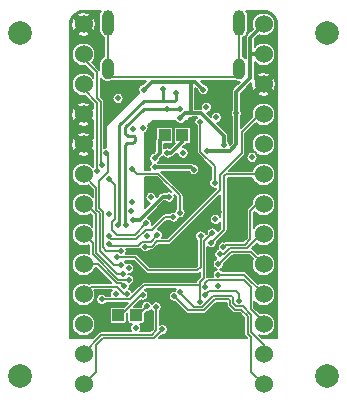
<source format=gbr>
%TF.GenerationSoftware,KiCad,Pcbnew,(5.1.9)-1*%
%TF.CreationDate,2021-01-08T11:53:25+08:00*%
%TF.ProjectId,akami,616b616d-692e-46b6-9963-61645f706362,rev?*%
%TF.SameCoordinates,Original*%
%TF.FileFunction,Copper,L4,Bot*%
%TF.FilePolarity,Positive*%
%FSLAX46Y46*%
G04 Gerber Fmt 4.6, Leading zero omitted, Abs format (unit mm)*
G04 Created by KiCad (PCBNEW (5.1.9)-1) date 2021-01-08 11:53:25*
%MOMM*%
%LPD*%
G01*
G04 APERTURE LIST*
%TA.AperFunction,SMDPad,CuDef*%
%ADD10R,1.000000X1.000000*%
%TD*%
%TA.AperFunction,WasherPad*%
%ADD11C,2.000000*%
%TD*%
%TA.AperFunction,ComponentPad*%
%ADD12C,1.524000*%
%TD*%
%TA.AperFunction,ComponentPad*%
%ADD13O,1.000000X1.800000*%
%TD*%
%TA.AperFunction,ComponentPad*%
%ADD14O,1.000000X2.200000*%
%TD*%
%TA.AperFunction,ViaPad*%
%ADD15C,0.500000*%
%TD*%
%TA.AperFunction,ViaPad*%
%ADD16C,0.600000*%
%TD*%
%TA.AperFunction,Conductor*%
%ADD17C,0.300000*%
%TD*%
%TA.AperFunction,Conductor*%
%ADD18C,0.150000*%
%TD*%
%TA.AperFunction,Conductor*%
%ADD19C,0.261100*%
%TD*%
%TA.AperFunction,Conductor*%
%ADD20C,0.261112*%
%TD*%
%TA.AperFunction,Conductor*%
%ADD21C,0.200000*%
%TD*%
%TA.AperFunction,Conductor*%
%ADD22C,0.100000*%
%TD*%
G04 APERTURE END LIST*
D10*
%TO.P,TP5,1*%
%TO.N,VDD_HV*%
X755000Y5850000D03*
%TD*%
D11*
%TO.P,DUMMY8,*%
%TO.N,*%
X12990000Y-14500000D03*
%TD*%
%TO.P,DUMMY7,*%
%TO.N,*%
X12990000Y14500000D03*
%TD*%
%TO.P,DUMMY6,*%
%TO.N,*%
X-12990000Y-14500000D03*
%TD*%
%TO.P,DUMMY5,*%
%TO.N,*%
X-12990000Y14500000D03*
%TD*%
D12*
%TO.P,U4,24*%
%TO.N,VBAT*%
X7620000Y12690000D03*
%TO.P,U4,23*%
%TO.N,GND*%
X7620000Y10150000D03*
%TO.P,U4,22*%
%TO.N,RESET*%
X7620000Y7610000D03*
%TO.P,U4,21*%
%TO.N,EXT_VCC*%
X7620000Y5070000D03*
%TO.P,U4,20*%
%TO.N,P0.31*%
X7620000Y2530000D03*
%TO.P,U4,19*%
%TO.N,P0.29*%
X7620000Y-10000D03*
%TO.P,U4,18*%
%TO.N,P0.02*%
X7620000Y-2550000D03*
%TO.P,U4,17*%
%TO.N,P1.15*%
X7620000Y-5090000D03*
%TO.P,U4,16*%
%TO.N,P1.13*%
X7620000Y-7630000D03*
%TO.P,U4,15*%
%TO.N,P1.11*%
X7620000Y-10170000D03*
%TO.P,U4,14*%
%TO.N,P0.10*%
X7620000Y-12710000D03*
%TO.P,U4,13*%
%TO.N,P0.09*%
X7620000Y-15250000D03*
%TO.P,U4,12*%
%TO.N,P1.06*%
X-7620000Y-15250000D03*
%TO.P,U4,11*%
%TO.N,P1.04*%
X-7620000Y-12710000D03*
%TO.P,U4,10*%
%TO.N,P0.11*%
X-7620000Y-10170000D03*
%TO.P,U4,9*%
%TO.N,P1.00*%
X-7620000Y-7630000D03*
%TO.P,U4,8*%
%TO.N,P0.24*%
X-7620000Y-5090000D03*
%TO.P,U4,7*%
%TO.N,P0.22*%
X-7620000Y-2550000D03*
%TO.P,U4,6*%
%TO.N,P0.20*%
X-7620000Y-10000D03*
%TO.P,U4,5*%
%TO.N,P0.17*%
X-7620000Y2530000D03*
%TO.P,U4,4*%
%TO.N,GND*%
X-7620000Y5070000D03*
%TO.P,U4,3*%
X-7620000Y7610000D03*
%TO.P,U4,2*%
%TO.N,P0.08*%
X-7620000Y10150000D03*
%TO.P,U4,1*%
%TO.N,P0.06*%
X-7620000Y12690000D03*
%TD*%
%TO.P,J2,1*%
%TO.N,VBAT*%
X7620000Y15230000D03*
%TD*%
%TO.P,J3,1*%
%TO.N,GND*%
X-7620000Y15230000D03*
%TD*%
D10*
%TO.P,TP3,1*%
%TO.N,VDD_NRF*%
X-755000Y5850000D03*
%TD*%
%TO.P,TP1,1*%
%TO.N,SWC*%
X-3170000Y-9400000D03*
%TD*%
%TO.P,TP2,1*%
%TO.N,SWD*%
X-4680000Y-9400000D03*
%TD*%
D13*
%TO.P,J1,S1*%
%TO.N,Net-(J1-PadS1)*%
X-5575000Y11473200D03*
X5575600Y11473200D03*
D14*
X5575600Y15373200D03*
X-5575000Y15373200D03*
%TD*%
D15*
%TO.N,VDD_NRF*%
X-3800000Y-5410000D03*
X3730000Y-6900000D03*
X-4900000Y-7600000D03*
X-1912500Y587500D03*
X3550000Y-1275000D03*
X-1600000Y3900000D03*
X-3200000Y-10475000D03*
%TO.N,Net-(C11-Pad1)*%
X5550000Y-8200000D03*
X2675000Y-7700000D03*
%TO.N,VBUS*%
X575000Y7275000D03*
X-2525000Y9700000D03*
X2525000Y9700000D03*
X-375000Y625000D03*
X-3400000Y-1325000D03*
X4275000Y5050000D03*
%TO.N,Net-(C15-Pad2)*%
X-6075000Y-8050000D03*
X2225000Y-8250000D03*
X3275000Y-2425000D03*
%TO.N,BAT_VOLT*%
X3475000Y1800000D03*
X2250000Y6975000D03*
%TO.N,VBAT*%
X-4692500Y8967500D03*
X800000Y4350000D03*
X2850000Y4525000D03*
X5325000Y7700000D03*
%TO.N,BLUE_LED*%
X-4450000Y-3950000D03*
X-5700000Y4350000D03*
%TO.N,USB_D+*%
X250000Y9450000D03*
X-920000Y9790000D03*
X-4687500Y-1760000D03*
%TO.N,USB_D-*%
X550000Y8075000D03*
X-580000Y8086681D03*
X-4010000Y-1760000D03*
%TO.N,Net-(L3-Pad2)*%
X2290000Y-2690000D03*
X-4800000Y-4500000D03*
%TO.N,SWD*%
X-2600000Y-7675000D03*
%TO.N,SWC*%
X-2260000Y-8640000D03*
%TO.N,RESET*%
X-2400000Y-3600000D03*
D16*
%TO.N,GND*%
X-1212500Y-5000000D03*
X1212500Y-5000000D03*
X0Y-5000000D03*
X0Y-6212500D03*
X0Y-3787500D03*
X-1212500Y-3787500D03*
X-1212500Y-6212500D03*
X1212500Y-3787500D03*
D15*
X4575000Y10175000D03*
X-4575000Y10175000D03*
X3500000Y-10990000D03*
X-7620000Y-8900000D03*
X7620000Y-8900000D03*
X1675000Y4675000D03*
X-5825000Y-8700000D03*
D16*
X1212500Y-6212500D03*
D15*
X1550000Y-9750000D03*
X2850000Y-10990000D03*
X5825000Y-10050000D03*
X4600000Y-9000000D03*
X5950000Y3425000D03*
X-7620000Y-6360000D03*
X7620000Y-6360000D03*
X7620000Y-3820000D03*
X7620000Y-1280000D03*
X7620000Y1260000D03*
X7620000Y3800000D03*
X7620000Y6340000D03*
X7620000Y8880000D03*
X-7620000Y8880000D03*
X-7620000Y6340000D03*
X-7620000Y3800000D03*
X-7620000Y1260000D03*
X-7620000Y-1280000D03*
X-7620000Y-3820000D03*
X-75000Y-10800000D03*
X-1750000Y4575000D03*
%TO.N,P0.09*%
X60000Y-7790000D03*
%TO.N,P0.10*%
X590000Y-7400000D03*
%TO.N,P1.11*%
X2675000Y-6975000D03*
%TO.N,P1.13*%
X3800000Y-5950000D03*
%TO.N,P1.15*%
X3800000Y-5050000D03*
%TO.N,P0.02*%
X3925000Y-4225000D03*
%TO.N,P0.29*%
X4200000Y-3625000D03*
%TO.N,P1.04*%
X-1475000Y-8700000D03*
%TO.N,P1.06*%
X-950000Y-10600000D03*
%TO.N,P0.11*%
X-5475000Y-3375000D03*
X-1375000Y-2600000D03*
%TO.N,P1.00*%
X-3925000Y-7600000D03*
%TO.N,P0.24*%
X-4160000Y-6950000D03*
%TO.N,P0.22*%
X-3790000Y-6390000D03*
%TO.N,P0.20*%
X-4310000Y-5900000D03*
%TO.N,P0.17*%
X-4470000Y-5150000D03*
%TO.N,P0.08*%
X-5500000Y-2725000D03*
%TO.N,VDD_HV*%
X-2575000Y6500000D03*
%TO.N,GND*%
X2250000Y8950000D03*
X-1825000Y1250000D03*
X-7620000Y11420000D03*
X-7620000Y13960000D03*
X7620000Y11420000D03*
X7620000Y13960000D03*
X-1925000Y1975000D03*
X-5500000Y-825000D03*
X3825000Y-675000D03*
X4575000Y-2900000D03*
X1125000Y1275000D03*
X0Y-250000D03*
X-3400000Y6400000D03*
X4250000Y7750000D03*
X-6000000Y9375000D03*
X-4150000Y-10475000D03*
X-2150000Y-10475000D03*
X-5175000Y-10325000D03*
%TO.N,P0.31*%
X3200000Y-3250000D03*
%TO.N,P0.06*%
X-3500000Y2975000D03*
X-6025000Y3325000D03*
X550000Y-700000D03*
%TO.N,P0.08*%
X-6475000Y2825000D03*
X-25000Y-1075000D03*
%TO.N,VDD_HV*%
X-2225000Y-2675000D03*
X-3550000Y225000D03*
X-3575000Y-575000D03*
X-525000Y4350000D03*
X2775000Y8225000D03*
%TO.N,EXT_VCC*%
X1725000Y2925000D03*
X-1575000Y3150000D03*
X6650000Y3975000D03*
X3625000Y7350000D03*
%TO.N,Net-(L4-Pad2)*%
X-2300000Y-1625000D03*
X-5475000Y2150000D03*
%TD*%
D17*
%TO.N,VDD_NRF*%
X-755000Y5850000D02*
X-1150000Y5455000D01*
X-1150000Y4350000D02*
X-1600000Y3900000D01*
X-1150000Y5455000D02*
X-1150000Y4350000D01*
D18*
%TO.N,Net-(C11-Pad1)*%
X5550000Y-7600000D02*
X5550000Y-8200000D01*
X5325000Y-7375000D02*
X5550000Y-7600000D01*
X3000000Y-7375000D02*
X5325000Y-7375000D01*
X2675000Y-7700000D02*
X3000000Y-7375000D01*
D17*
%TO.N,VBUS*%
X-1855000Y10370000D02*
X-2525000Y9700000D01*
X2525000Y9700000D02*
X1855000Y10370000D01*
X1000000Y7700000D02*
X575000Y7275000D01*
X1425000Y7700000D02*
X1000000Y7700000D01*
X1455000Y7730000D02*
X1425000Y7700000D01*
X1855000Y10370000D02*
X1455000Y10370000D01*
X1455000Y10370000D02*
X1455000Y7730000D01*
X1455000Y10370000D02*
X-1855000Y10370000D01*
X-2875000Y-1325000D02*
X-925000Y625000D01*
X-3400000Y-1325000D02*
X-2875000Y-1325000D01*
X-925000Y625000D02*
X-375000Y625000D01*
X4275000Y5750000D02*
X4275000Y5050000D01*
X2295000Y7730000D02*
X4275000Y5750000D01*
X1455000Y7730000D02*
X2295000Y7730000D01*
D18*
%TO.N,Net-(C15-Pad2)*%
X2225000Y-6875000D02*
X2225000Y-8250000D01*
X2200000Y-6850000D02*
X2225000Y-6875000D01*
X-2475000Y-6850000D02*
X2200000Y-6850000D01*
X-3675000Y-8050000D02*
X-2475000Y-6850000D01*
X-6075000Y-8050000D02*
X-3675000Y-8050000D01*
X2575000Y-6250000D02*
X2225000Y-6600000D01*
X2575000Y-3125000D02*
X2575000Y-6250000D01*
X3275000Y-2425000D02*
X2575000Y-3125000D01*
X2225000Y-6600000D02*
X2225000Y-6875000D01*
%TO.N,BAT_VOLT*%
X3475000Y3225000D02*
X3475000Y1800000D01*
X2250000Y4450000D02*
X3475000Y3225000D01*
X2250000Y6975000D02*
X2250000Y4450000D01*
D17*
%TO.N,VBAT*%
X6515000Y12690000D02*
X7620000Y12690000D01*
X6500000Y12675000D02*
X6515000Y12690000D01*
X6500000Y10700000D02*
X6500000Y12675000D01*
X5325000Y9525000D02*
X6500000Y10700000D01*
X5325000Y8025000D02*
X5325000Y9525000D01*
X6500000Y14110000D02*
X7620000Y15230000D01*
X6500000Y12675000D02*
X6500000Y14110000D01*
X5325000Y8025000D02*
X5325000Y7700000D01*
X4775000Y4525000D02*
X2850000Y4525000D01*
X5325000Y5075000D02*
X4775000Y4525000D01*
X5325000Y7700000D02*
X5325000Y5075000D01*
D18*
%TO.N,BLUE_LED*%
X-5675000Y-3950000D02*
X-4450000Y-3950000D01*
X-5975000Y-650000D02*
X-5975000Y-3650000D01*
X-5975000Y-3650000D02*
X-5675000Y-3950000D01*
X-6275000Y2000000D02*
X-6275000Y-350000D01*
X-6275000Y-350000D02*
X-5975000Y-650000D01*
X-5550000Y2725000D02*
X-6275000Y2000000D01*
X-5550000Y3800000D02*
X-5550000Y2725000D01*
X-5550000Y4200000D02*
X-5700000Y4350000D01*
X-5550000Y3800000D02*
X-5550000Y4200000D01*
%TO.N,Net-(J1-PadS1)*%
X-5575000Y15373200D02*
X-5575000Y11473200D01*
X5575600Y15373200D02*
X5575600Y11473200D01*
X5575600Y11125600D02*
X5575600Y11473200D01*
X5200000Y10750000D02*
X5575600Y11125600D01*
X-5200000Y10750000D02*
X5200000Y10750000D01*
X-5575000Y11125000D02*
X-5200000Y10750000D01*
X-5575000Y11473200D02*
X-5575000Y11125000D01*
D19*
%TO.N,USB_D+*%
X95000Y8745000D02*
X-920000Y8745000D01*
X250000Y8900000D02*
X95000Y8745000D01*
X250000Y9450000D02*
X250000Y8900000D01*
X-920000Y9790000D02*
X-920000Y8745000D01*
D20*
X-2533320Y8745000D02*
X-920000Y8745000D01*
X-4582156Y6696164D02*
X-2533320Y8745000D01*
X-4582156Y-1657156D02*
X-4582156Y6696164D01*
X-4687500Y-1762500D02*
X-4582156Y-1657156D01*
D19*
%TO.N,USB_D-*%
X550000Y8075000D02*
X545000Y8070000D01*
X538319Y8086681D02*
X550000Y8075000D01*
X-580000Y8086681D02*
X538319Y8086681D01*
D20*
X-2534999Y8086681D02*
X-580000Y8086681D01*
X-4117844Y6503836D02*
X-2534999Y8086681D01*
X-4117844Y6107156D02*
X-4117844Y6503836D01*
X-4110323Y6040399D02*
X-4117844Y6107156D01*
X-4088135Y5976990D02*
X-4110323Y6040399D01*
X-4052394Y5920109D02*
X-4088135Y5976990D01*
X-4004891Y5872606D02*
X-4052394Y5920109D01*
X-3948010Y5177446D02*
X-3884601Y5199634D01*
X-4010000Y-1760000D02*
X-4117844Y-1652156D01*
X-3452100Y5214677D02*
X-3388691Y5236865D01*
X-3518856Y5807156D02*
X-3817844Y5807156D01*
X-4088135Y5037321D02*
X-4052394Y5094202D01*
X-3248566Y5637321D02*
X-3284307Y5694202D01*
X-4052394Y5094202D02*
X-4004891Y5141705D01*
X-3884601Y5199634D02*
X-3817844Y5207156D01*
X-4110323Y4973912D02*
X-4088135Y5037321D01*
X-4117844Y4907156D02*
X-4110323Y4973912D01*
X-4117844Y-1652156D02*
X-4117844Y4907156D01*
X-4004891Y5141705D02*
X-3948010Y5177446D01*
X-3817844Y5207156D02*
X-3518856Y5207156D01*
X-3452100Y5799634D02*
X-3518856Y5807156D01*
X-3226378Y5440399D02*
X-3218856Y5507156D01*
X-3388691Y5236865D02*
X-3331810Y5272606D01*
X-3331810Y5272606D02*
X-3284307Y5320109D01*
X-3284307Y5320109D02*
X-3248566Y5376990D01*
X-3248566Y5376990D02*
X-3226378Y5440399D01*
X-3218856Y5507156D02*
X-3226378Y5573912D01*
X-3226378Y5573912D02*
X-3248566Y5637321D01*
X-3284307Y5694202D02*
X-3331810Y5741705D01*
X-3331810Y5741705D02*
X-3388691Y5777446D01*
X-3948010Y5836865D02*
X-4004891Y5872606D01*
X-3388691Y5777446D02*
X-3452100Y5799634D01*
X-3817844Y5807156D02*
X-3884601Y5814677D01*
X-3518856Y5207156D02*
X-3452100Y5214677D01*
X-3884601Y5814677D02*
X-3948010Y5836865D01*
D18*
%TO.N,Net-(L3-Pad2)*%
X2300000Y-2700000D02*
X2290000Y-2690000D01*
X2300000Y-5325000D02*
X2300000Y-2700000D01*
X-2125000Y-5600000D02*
X2025000Y-5600000D01*
X2025000Y-5600000D02*
X2300000Y-5325000D01*
X-3225000Y-4500000D02*
X-2125000Y-5600000D01*
X-4800000Y-4500000D02*
X-3225000Y-4500000D01*
%TO.N,SWD*%
X-4475000Y-9400000D02*
X-4680000Y-9400000D01*
X-2750000Y-7675000D02*
X-4475000Y-9400000D01*
X-2600000Y-7675000D02*
X-2750000Y-7675000D01*
%TO.N,SWC*%
X-3020000Y-9400000D02*
X-3170000Y-9400000D01*
X-2260000Y-8640000D02*
X-3020000Y-9400000D01*
%TO.N,RESET*%
X5775000Y6080000D02*
X7305000Y7610000D01*
X7305000Y7610000D02*
X7620000Y7610000D01*
X3925000Y1175000D02*
X3925000Y2450000D01*
X-400000Y-3150000D02*
X3925000Y1175000D01*
X5775000Y4300000D02*
X5775000Y6080000D01*
X-1400000Y-3150000D02*
X-400000Y-3150000D01*
X3925000Y2450000D02*
X5775000Y4300000D01*
X-1850000Y-3600000D02*
X-1400000Y-3150000D01*
X-2400000Y-3600000D02*
X-1850000Y-3600000D01*
%TO.N,P0.09*%
X1245000Y-8975000D02*
X60000Y-7790000D01*
X2550000Y-8975000D02*
X1245000Y-8975000D01*
X4800000Y-8150000D02*
X4675000Y-8025000D01*
X4800000Y-8525000D02*
X4800000Y-8150000D01*
X5200000Y-8925000D02*
X4800000Y-8525000D01*
X5750000Y-8925000D02*
X5200000Y-8925000D01*
X6300000Y-9475000D02*
X5750000Y-8925000D01*
X6300000Y-10975000D02*
X6300000Y-9475000D01*
X6550000Y-11225000D02*
X6300000Y-10975000D01*
X4675000Y-8025000D02*
X3500000Y-8025000D01*
X6550000Y-14180000D02*
X6550000Y-11225000D01*
X3500000Y-8025000D02*
X2550000Y-8975000D01*
X7620000Y-15250000D02*
X6550000Y-14180000D01*
%TO.N,P0.10*%
X6575000Y-10850000D02*
X7620000Y-11895000D01*
X5875000Y-8650000D02*
X6575000Y-9350000D01*
X5075000Y-8400000D02*
X5325000Y-8650000D01*
X6575000Y-9350000D02*
X6575000Y-10850000D01*
X5075000Y-7900000D02*
X5075000Y-8400000D01*
X4925000Y-7750000D02*
X5075000Y-7900000D01*
X7620000Y-11895000D02*
X7620000Y-12710000D01*
X3375000Y-7750000D02*
X4925000Y-7750000D01*
X2425000Y-8700000D02*
X3375000Y-7750000D01*
X1750000Y-8700000D02*
X2425000Y-8700000D01*
X590000Y-7540000D02*
X1750000Y-8700000D01*
X5325000Y-8650000D02*
X5875000Y-8650000D01*
X590000Y-7400000D02*
X590000Y-7540000D01*
%TO.N,P1.11*%
X7620000Y-9995000D02*
X7620000Y-10170000D01*
X6525000Y-7000000D02*
X6525000Y-8900000D01*
X6525000Y-8900000D02*
X7620000Y-9995000D01*
X5950000Y-6425000D02*
X6525000Y-7000000D01*
X2935000Y-6425000D02*
X5950000Y-6425000D01*
X2675000Y-6685000D02*
X2935000Y-6425000D01*
X2675000Y-6975000D02*
X2675000Y-6685000D01*
%TO.N,P1.13*%
X3800000Y-5950000D02*
X5940000Y-5950000D01*
X5940000Y-5950000D02*
X7620000Y-7630000D01*
%TO.N,P1.15*%
X6530000Y-4000000D02*
X7620000Y-5090000D01*
X4875000Y-4000000D02*
X6530000Y-4000000D01*
X3825000Y-5050000D02*
X4875000Y-4000000D01*
X3800000Y-5050000D02*
X3825000Y-5050000D01*
%TO.N,P0.02*%
X7400000Y-2550000D02*
X7620000Y-2550000D01*
X6250000Y-3700000D02*
X7400000Y-2550000D01*
X4775000Y-3700000D02*
X6250000Y-3700000D01*
X4250000Y-4225000D02*
X4775000Y-3700000D01*
X3925000Y-4225000D02*
X4250000Y-4225000D01*
%TO.N,P0.29*%
X6510000Y-540000D02*
X7040000Y-10000D01*
X6025000Y-3425000D02*
X6510000Y-2940000D01*
X7040000Y-10000D02*
X7620000Y-10000D01*
X4400000Y-3425000D02*
X6025000Y-3425000D01*
X6510000Y-2940000D02*
X6510000Y-540000D01*
X4200000Y-3625000D02*
X4400000Y-3425000D01*
%TO.N,P1.04*%
X-7620000Y-12570000D02*
X-7620000Y-12710000D01*
X-6100000Y-11050000D02*
X-7620000Y-12570000D01*
X-1850000Y-11050000D02*
X-6100000Y-11050000D01*
X-1475000Y-10675000D02*
X-1850000Y-11050000D01*
X-1475000Y-8700000D02*
X-1475000Y-10675000D01*
%TO.N,P1.06*%
X-6550000Y-14180000D02*
X-7620000Y-15250000D01*
X-6550000Y-11940000D02*
X-6550000Y-14180000D01*
X-5930000Y-11320000D02*
X-6550000Y-11940000D01*
X-1645000Y-11320000D02*
X-5930000Y-11320000D01*
X-950000Y-10625000D02*
X-1645000Y-11320000D01*
X-950000Y-10600000D02*
X-950000Y-10625000D01*
%TO.N,P1.00*%
X-6965000Y-6975000D02*
X-7620000Y-7630000D01*
X-4775000Y-6975000D02*
X-6965000Y-6975000D01*
X-4150000Y-7600000D02*
X-4775000Y-6975000D01*
X-3925000Y-7600000D02*
X-4150000Y-7600000D01*
%TO.N,P0.24*%
X-4405000Y-6705000D02*
X-4160000Y-6950000D01*
X-4820000Y-6705000D02*
X-4405000Y-6705000D01*
X-6430000Y-5095000D02*
X-4820000Y-6705000D01*
X-7615000Y-5095000D02*
X-6430000Y-5095000D01*
X-7620000Y-5090000D02*
X-7615000Y-5095000D01*
%TO.N,P0.22*%
X-6850000Y-4245000D02*
X-6850000Y-3320000D01*
X-4675000Y-6420000D02*
X-6850000Y-4245000D01*
X-3820000Y-6420000D02*
X-4675000Y-6420000D01*
X-6850000Y-3320000D02*
X-7620000Y-2550000D01*
X-3790000Y-6390000D02*
X-3820000Y-6420000D01*
%TO.N,P0.20*%
X-7415000Y-10000D02*
X-7620000Y-10000D01*
X-6560000Y-865000D02*
X-7415000Y-10000D01*
X-4760000Y-5900000D02*
X-6560000Y-4100000D01*
X-6560000Y-4100000D02*
X-6560000Y-865000D01*
X-4310000Y-5900000D02*
X-4760000Y-5900000D01*
%TO.N,P0.31*%
X4275000Y2375000D02*
X4430000Y2530000D01*
X4275000Y-2175000D02*
X4275000Y2375000D01*
X3200000Y-3250000D02*
X4275000Y-2175000D01*
X4430000Y2530000D02*
X7620000Y2530000D01*
%TO.N,P0.11*%
X-5350000Y-3500000D02*
X-5475000Y-3375000D01*
X-2975000Y-3500000D02*
X-5350000Y-3500000D01*
X-2630000Y-3155000D02*
X-2975000Y-3500000D01*
X-1905000Y-3155000D02*
X-2630000Y-3155000D01*
X-1375000Y-2625000D02*
X-1905000Y-3155000D01*
X-1375000Y-2600000D02*
X-1375000Y-2625000D01*
%TO.N,P0.17*%
X-7620000Y2445000D02*
X-7620000Y2530000D01*
X-6550000Y-475000D02*
X-6550000Y1375000D01*
X-6260000Y-765000D02*
X-6550000Y-475000D01*
X-6260000Y-3930000D02*
X-6260000Y-765000D01*
X-6550000Y1375000D02*
X-7620000Y2445000D01*
X-5040000Y-5150000D02*
X-6260000Y-3930000D01*
X-4470000Y-5150000D02*
X-5040000Y-5150000D01*
%TO.N,P0.06*%
X-3125000Y2600000D02*
X-3500000Y2975000D01*
X-1300000Y2600000D02*
X-3125000Y2600000D01*
X550000Y750000D02*
X-1300000Y2600000D01*
X550000Y-700000D02*
X550000Y750000D01*
X-7620000Y12300000D02*
X-7620000Y12690000D01*
X-6480000Y9000000D02*
X-6480000Y11160000D01*
X-6175000Y8695000D02*
X-6480000Y9000000D01*
X-6175000Y3475000D02*
X-6175000Y8695000D01*
X-6480000Y11160000D02*
X-7620000Y12300000D01*
X-6025000Y3325000D02*
X-6175000Y3475000D01*
%TO.N,P0.08*%
X-7620000Y9720000D02*
X-7620000Y10150000D01*
X-6475000Y8575000D02*
X-7620000Y9720000D01*
X-6475000Y2825000D02*
X-6475000Y8575000D01*
X-5275000Y-2950000D02*
X-5500000Y-2725000D01*
X-3150000Y-2950000D02*
X-5275000Y-2950000D01*
X-2350000Y-2150000D02*
X-3150000Y-2950000D01*
X-725000Y-1075000D02*
X-1800000Y-2150000D01*
X-25000Y-1075000D02*
X-725000Y-1075000D01*
X-1800000Y-2150000D02*
X-2350000Y-2150000D01*
D17*
%TO.N,VDD_HV*%
X-2225000Y-2675000D02*
X-2195000Y-2675000D01*
X755000Y5305000D02*
X755000Y5850000D01*
X-200000Y4350000D02*
X755000Y5305000D01*
X-525000Y4350000D02*
X-200000Y4350000D01*
%TO.N,EXT_VCC*%
X1500000Y3150000D02*
X-1575000Y3150000D01*
X1725000Y2925000D02*
X1500000Y3150000D01*
D21*
%TO.N,Net-(L4-Pad2)*%
X-4825000Y-2575000D02*
X-3250000Y-2575000D01*
X-5225000Y-2175000D02*
X-4825000Y-2575000D01*
X-5225000Y-1500000D02*
X-5225000Y-2175000D01*
X-4975000Y-1250000D02*
X-5225000Y-1500000D01*
X-3250000Y-2575000D02*
X-2300000Y-1625000D01*
X-4975000Y1650000D02*
X-4975000Y-1250000D01*
X-5475000Y2150000D02*
X-4975000Y1650000D01*
%TD*%
D18*
%TO.N,GND*%
X-6180731Y16377936D02*
X-6248053Y16251987D01*
X-6289509Y16115324D01*
X-6300000Y16008806D01*
X-6299999Y14737593D01*
X-6289508Y14631075D01*
X-6248052Y14494412D01*
X-6180730Y14368463D01*
X-6090131Y14258068D01*
X-5979736Y14167469D01*
X-5875000Y14111486D01*
X-5874999Y12534915D01*
X-5979737Y12478931D01*
X-6090132Y12388331D01*
X-6180731Y12277936D01*
X-6248053Y12151987D01*
X-6289509Y12015324D01*
X-6300000Y11908806D01*
X-6300000Y11404264D01*
X-6904954Y12009217D01*
X-6853347Y12060824D01*
X-6745332Y12222480D01*
X-6670930Y12402103D01*
X-6633000Y12592789D01*
X-6633000Y12787211D01*
X-6670930Y12977897D01*
X-6745332Y13157520D01*
X-6853347Y13319176D01*
X-6990824Y13456653D01*
X-7152480Y13564668D01*
X-7332103Y13639070D01*
X-7522789Y13677000D01*
X-7717211Y13677000D01*
X-7907897Y13639070D01*
X-8087520Y13564668D01*
X-8249176Y13456653D01*
X-8386653Y13319176D01*
X-8494668Y13157520D01*
X-8569070Y12977897D01*
X-8607000Y12787211D01*
X-8607000Y12592789D01*
X-8569070Y12402103D01*
X-8494668Y12222480D01*
X-8386653Y12060824D01*
X-8249176Y11923347D01*
X-8087520Y11815332D01*
X-7907897Y11740930D01*
X-7717211Y11703000D01*
X-7522789Y11703000D01*
X-7459794Y11715531D01*
X-6779999Y11035735D01*
X-6779999Y10669403D01*
X-6853347Y10779176D01*
X-6990824Y10916653D01*
X-7152480Y11024668D01*
X-7332103Y11099070D01*
X-7522789Y11137000D01*
X-7717211Y11137000D01*
X-7907897Y11099070D01*
X-8087520Y11024668D01*
X-8249176Y10916653D01*
X-8386653Y10779176D01*
X-8494668Y10617520D01*
X-8569070Y10437897D01*
X-8607000Y10247211D01*
X-8607000Y10052789D01*
X-8569070Y9862103D01*
X-8494668Y9682480D01*
X-8386653Y9520824D01*
X-8249176Y9383347D01*
X-8087520Y9275332D01*
X-7907897Y9200930D01*
X-7717211Y9163000D01*
X-7522789Y9163000D01*
X-7493157Y9168894D01*
X-6774999Y8450735D01*
X-6774999Y8131002D01*
X-6816963Y8159893D01*
X-7366856Y7610000D01*
X-6816963Y7060107D01*
X-6774999Y7088998D01*
X-6775000Y5591002D01*
X-6816963Y5619893D01*
X-7366856Y5070000D01*
X-6816963Y4520107D01*
X-6775000Y4548997D01*
X-6775000Y3195824D01*
X-6777795Y3193956D01*
X-6837016Y3134735D01*
X-6853347Y3159176D01*
X-6990824Y3296653D01*
X-7152480Y3404668D01*
X-7332103Y3479070D01*
X-7522789Y3517000D01*
X-7717211Y3517000D01*
X-7907897Y3479070D01*
X-8087520Y3404668D01*
X-8249176Y3296653D01*
X-8386653Y3159176D01*
X-8494668Y2997520D01*
X-8569070Y2817897D01*
X-8607000Y2627211D01*
X-8607000Y2432789D01*
X-8569070Y2242103D01*
X-8494668Y2062480D01*
X-8386653Y1900824D01*
X-8249176Y1763347D01*
X-8087520Y1655332D01*
X-7907897Y1580930D01*
X-7717211Y1543000D01*
X-7522789Y1543000D01*
X-7332103Y1580930D01*
X-7224687Y1625423D01*
X-6849999Y1250735D01*
X-6849999Y614166D01*
X-6853347Y619176D01*
X-6990824Y756653D01*
X-7152480Y864668D01*
X-7332103Y939070D01*
X-7522789Y977000D01*
X-7717211Y977000D01*
X-7907897Y939070D01*
X-8087520Y864668D01*
X-8249176Y756653D01*
X-8386653Y619176D01*
X-8494668Y457520D01*
X-8569070Y277897D01*
X-8607000Y87211D01*
X-8607000Y-107211D01*
X-8569070Y-297897D01*
X-8494668Y-477520D01*
X-8386653Y-639176D01*
X-8249176Y-776653D01*
X-8087520Y-884668D01*
X-7907897Y-959070D01*
X-7717211Y-997000D01*
X-7522789Y-997000D01*
X-7332103Y-959070D01*
X-7152480Y-884668D01*
X-7039852Y-809412D01*
X-6859999Y-989265D01*
X-6859999Y-1914172D01*
X-6990824Y-1783347D01*
X-7152480Y-1675332D01*
X-7332103Y-1600930D01*
X-7522789Y-1563000D01*
X-7717211Y-1563000D01*
X-7907897Y-1600930D01*
X-8087520Y-1675332D01*
X-8249176Y-1783347D01*
X-8386653Y-1920824D01*
X-8494668Y-2082480D01*
X-8569070Y-2262103D01*
X-8607000Y-2452789D01*
X-8607000Y-2647211D01*
X-8569070Y-2837897D01*
X-8494668Y-3017520D01*
X-8386653Y-3179176D01*
X-8249176Y-3316653D01*
X-8087520Y-3424668D01*
X-7907897Y-3499070D01*
X-7717211Y-3537000D01*
X-7522789Y-3537000D01*
X-7332103Y-3499070D01*
X-7164583Y-3429681D01*
X-7149999Y-3444265D01*
X-7150000Y-4216989D01*
X-7152480Y-4215332D01*
X-7332103Y-4140930D01*
X-7522789Y-4103000D01*
X-7717211Y-4103000D01*
X-7907897Y-4140930D01*
X-8087520Y-4215332D01*
X-8249176Y-4323347D01*
X-8386653Y-4460824D01*
X-8494668Y-4622480D01*
X-8569070Y-4802103D01*
X-8607000Y-4992789D01*
X-8607000Y-5187211D01*
X-8569070Y-5377897D01*
X-8494668Y-5557520D01*
X-8386653Y-5719176D01*
X-8249176Y-5856653D01*
X-8087520Y-5964668D01*
X-7907897Y-6039070D01*
X-7717211Y-6077000D01*
X-7522789Y-6077000D01*
X-7332103Y-6039070D01*
X-7152480Y-5964668D01*
X-6990824Y-5856653D01*
X-6853347Y-5719176D01*
X-6745332Y-5557520D01*
X-6678014Y-5395000D01*
X-6554263Y-5395000D01*
X-5274264Y-6675000D01*
X-6950270Y-6675000D01*
X-6965000Y-6673549D01*
X-6979730Y-6675000D01*
X-6979733Y-6675000D01*
X-7023810Y-6679341D01*
X-7080360Y-6696496D01*
X-7093471Y-6703504D01*
X-7132478Y-6724353D01*
X-7156186Y-6743810D01*
X-7164273Y-6750447D01*
X-7332103Y-6680930D01*
X-7522789Y-6643000D01*
X-7717211Y-6643000D01*
X-7907897Y-6680930D01*
X-8087520Y-6755332D01*
X-8249176Y-6863347D01*
X-8386653Y-7000824D01*
X-8494668Y-7162480D01*
X-8569070Y-7342103D01*
X-8607000Y-7532789D01*
X-8607000Y-7727211D01*
X-8569070Y-7917897D01*
X-8494668Y-8097520D01*
X-8386653Y-8259176D01*
X-8249176Y-8396653D01*
X-8087520Y-8504668D01*
X-7907897Y-8579070D01*
X-7717211Y-8617000D01*
X-7522789Y-8617000D01*
X-7332103Y-8579070D01*
X-7152480Y-8504668D01*
X-6990824Y-8396653D01*
X-6853347Y-8259176D01*
X-6745332Y-8097520D01*
X-6670930Y-7917897D01*
X-6633000Y-7727211D01*
X-6633000Y-7532789D01*
X-6670930Y-7342103D01*
X-6698725Y-7275000D01*
X-5246751Y-7275000D01*
X-5268956Y-7297205D01*
X-5320939Y-7375003D01*
X-5356746Y-7461448D01*
X-5375000Y-7553217D01*
X-5375000Y-7646783D01*
X-5356746Y-7738552D01*
X-5352004Y-7750000D01*
X-5704176Y-7750000D01*
X-5706044Y-7747205D01*
X-5772205Y-7681044D01*
X-5850003Y-7629061D01*
X-5936448Y-7593254D01*
X-6028217Y-7575000D01*
X-6121783Y-7575000D01*
X-6213552Y-7593254D01*
X-6299997Y-7629061D01*
X-6377795Y-7681044D01*
X-6443956Y-7747205D01*
X-6495939Y-7825003D01*
X-6531746Y-7911448D01*
X-6550000Y-8003217D01*
X-6550000Y-8096783D01*
X-6531746Y-8188552D01*
X-6495939Y-8274997D01*
X-6443956Y-8352795D01*
X-6377795Y-8418956D01*
X-6299997Y-8470939D01*
X-6213552Y-8506746D01*
X-6121783Y-8525000D01*
X-6028217Y-8525000D01*
X-5936448Y-8506746D01*
X-5850003Y-8470939D01*
X-5772205Y-8418956D01*
X-5706044Y-8352795D01*
X-5704176Y-8350000D01*
X-3849263Y-8350000D01*
X-4173787Y-8674524D01*
X-4180000Y-8673912D01*
X-5180000Y-8673912D01*
X-5224108Y-8678256D01*
X-5266520Y-8691122D01*
X-5305608Y-8712015D01*
X-5339868Y-8740132D01*
X-5367985Y-8774392D01*
X-5388878Y-8813480D01*
X-5401744Y-8855892D01*
X-5406088Y-8900000D01*
X-5406088Y-9900000D01*
X-5401744Y-9944108D01*
X-5388878Y-9986520D01*
X-5367985Y-10025608D01*
X-5339868Y-10059868D01*
X-5305608Y-10087985D01*
X-5266520Y-10108878D01*
X-5224108Y-10121744D01*
X-5180000Y-10126088D01*
X-4180000Y-10126088D01*
X-4135892Y-10121744D01*
X-4093480Y-10108878D01*
X-4054392Y-10087985D01*
X-4020132Y-10059868D01*
X-3992015Y-10025608D01*
X-3971122Y-9986520D01*
X-3958256Y-9944108D01*
X-3953912Y-9900000D01*
X-3953912Y-9303175D01*
X-3896088Y-9245351D01*
X-3896088Y-9900000D01*
X-3891744Y-9944108D01*
X-3878878Y-9986520D01*
X-3857985Y-10025608D01*
X-3829868Y-10059868D01*
X-3795608Y-10087985D01*
X-3756520Y-10108878D01*
X-3714108Y-10121744D01*
X-3670000Y-10126088D01*
X-3522839Y-10126088D01*
X-3568956Y-10172205D01*
X-3620939Y-10250003D01*
X-3656746Y-10336448D01*
X-3675000Y-10428217D01*
X-3675000Y-10521783D01*
X-3656746Y-10613552D01*
X-3620939Y-10699997D01*
X-3587528Y-10750000D01*
X-6085270Y-10750000D01*
X-6100000Y-10748549D01*
X-6114730Y-10750000D01*
X-6114733Y-10750000D01*
X-6158810Y-10754341D01*
X-6215360Y-10771496D01*
X-6267478Y-10799353D01*
X-6298725Y-10824997D01*
X-6313158Y-10836842D01*
X-6322549Y-10848285D01*
X-6799264Y-11325000D01*
X-8770000Y-11325000D01*
X-8770000Y-10072789D01*
X-8607000Y-10072789D01*
X-8607000Y-10267211D01*
X-8569070Y-10457897D01*
X-8494668Y-10637520D01*
X-8386653Y-10799176D01*
X-8249176Y-10936653D01*
X-8087520Y-11044668D01*
X-7907897Y-11119070D01*
X-7717211Y-11157000D01*
X-7522789Y-11157000D01*
X-7332103Y-11119070D01*
X-7152480Y-11044668D01*
X-6990824Y-10936653D01*
X-6853347Y-10799176D01*
X-6745332Y-10637520D01*
X-6670930Y-10457897D01*
X-6633000Y-10267211D01*
X-6633000Y-10072789D01*
X-6670930Y-9882103D01*
X-6745332Y-9702480D01*
X-6853347Y-9540824D01*
X-6990824Y-9403347D01*
X-7152480Y-9295332D01*
X-7332103Y-9220930D01*
X-7522789Y-9183000D01*
X-7717211Y-9183000D01*
X-7907897Y-9220930D01*
X-8087520Y-9295332D01*
X-8249176Y-9403347D01*
X-8386653Y-9540824D01*
X-8494668Y-9702480D01*
X-8569070Y-9882103D01*
X-8607000Y-10072789D01*
X-8770000Y-10072789D01*
X-8770000Y-2076364D01*
X-8766441Y-2064632D01*
X-8765000Y-2050000D01*
X-8765000Y2050000D01*
X-8766441Y2064632D01*
X-8770000Y2076364D01*
X-8770000Y4266963D01*
X-8169893Y4266963D01*
X-8078564Y4134308D01*
X-7887208Y4062825D01*
X-7685583Y4030047D01*
X-7481438Y4037235D01*
X-7282618Y4084112D01*
X-7161436Y4134308D01*
X-7070107Y4266963D01*
X-7620000Y4816856D01*
X-8169893Y4266963D01*
X-8770000Y4266963D01*
X-8770000Y5135583D01*
X-8659953Y5135583D01*
X-8652765Y4931438D01*
X-8605888Y4732618D01*
X-8555692Y4611436D01*
X-8423037Y4520107D01*
X-7873144Y5070000D01*
X-8423037Y5619893D01*
X-8555692Y5528564D01*
X-8627175Y5337208D01*
X-8659953Y5135583D01*
X-8770000Y5135583D01*
X-8770000Y5873037D01*
X-8169893Y5873037D01*
X-7620000Y5323144D01*
X-7070107Y5873037D01*
X-7161436Y6005692D01*
X-7352792Y6077175D01*
X-7554417Y6109953D01*
X-7758562Y6102765D01*
X-7957382Y6055888D01*
X-8078564Y6005692D01*
X-8169893Y5873037D01*
X-8770000Y5873037D01*
X-8770000Y6806963D01*
X-8169893Y6806963D01*
X-8078564Y6674308D01*
X-7887208Y6602825D01*
X-7685583Y6570047D01*
X-7481438Y6577235D01*
X-7282618Y6624112D01*
X-7161436Y6674308D01*
X-7070107Y6806963D01*
X-7620000Y7356856D01*
X-8169893Y6806963D01*
X-8770000Y6806963D01*
X-8770000Y7675583D01*
X-8659953Y7675583D01*
X-8652765Y7471438D01*
X-8605888Y7272618D01*
X-8555692Y7151436D01*
X-8423037Y7060107D01*
X-7873144Y7610000D01*
X-8423037Y8159893D01*
X-8555692Y8068564D01*
X-8627175Y7877208D01*
X-8659953Y7675583D01*
X-8770000Y7675583D01*
X-8770000Y8413037D01*
X-8169893Y8413037D01*
X-7620000Y7863144D01*
X-7070107Y8413037D01*
X-7161436Y8545692D01*
X-7352792Y8617175D01*
X-7554417Y8649953D01*
X-7758562Y8642765D01*
X-7957382Y8595888D01*
X-8078564Y8545692D01*
X-8169893Y8413037D01*
X-8770000Y8413037D01*
X-8770000Y14426963D01*
X-8169893Y14426963D01*
X-8078564Y14294308D01*
X-7887208Y14222825D01*
X-7685583Y14190047D01*
X-7481438Y14197235D01*
X-7282618Y14244112D01*
X-7161436Y14294308D01*
X-7070107Y14426963D01*
X-7620000Y14976856D01*
X-8169893Y14426963D01*
X-8770000Y14426963D01*
X-8770000Y15237771D01*
X-8764332Y15295583D01*
X-8659953Y15295583D01*
X-8652765Y15091438D01*
X-8605888Y14892618D01*
X-8555692Y14771436D01*
X-8423037Y14680107D01*
X-7873144Y15230000D01*
X-7366856Y15230000D01*
X-6816963Y14680107D01*
X-6684308Y14771436D01*
X-6612825Y14962792D01*
X-6580047Y15164417D01*
X-6587235Y15368562D01*
X-6634112Y15567382D01*
X-6684308Y15688564D01*
X-6816963Y15779893D01*
X-7366856Y15230000D01*
X-7873144Y15230000D01*
X-8423037Y15779893D01*
X-8555692Y15688564D01*
X-8627175Y15497208D01*
X-8659953Y15295583D01*
X-8764332Y15295583D01*
X-8746922Y15473137D01*
X-8682119Y15687775D01*
X-8576860Y15885739D01*
X-8456727Y16033037D01*
X-8169893Y16033037D01*
X-7620000Y15483144D01*
X-7070107Y16033037D01*
X-7161436Y16165692D01*
X-7352792Y16237175D01*
X-7554417Y16269953D01*
X-7758562Y16262765D01*
X-7957382Y16215888D01*
X-8078564Y16165692D01*
X-8169893Y16033037D01*
X-8456727Y16033037D01*
X-8435156Y16059485D01*
X-8262402Y16202399D01*
X-8065181Y16309036D01*
X-7850994Y16375338D01*
X-7616352Y16400000D01*
X-6162624Y16400000D01*
X-6180731Y16377936D01*
%TA.AperFunction,Conductor*%
D22*
G36*
X-6180731Y16377936D02*
G01*
X-6248053Y16251987D01*
X-6289509Y16115324D01*
X-6300000Y16008806D01*
X-6299999Y14737593D01*
X-6289508Y14631075D01*
X-6248052Y14494412D01*
X-6180730Y14368463D01*
X-6090131Y14258068D01*
X-5979736Y14167469D01*
X-5875000Y14111486D01*
X-5874999Y12534915D01*
X-5979737Y12478931D01*
X-6090132Y12388331D01*
X-6180731Y12277936D01*
X-6248053Y12151987D01*
X-6289509Y12015324D01*
X-6300000Y11908806D01*
X-6300000Y11404264D01*
X-6904954Y12009217D01*
X-6853347Y12060824D01*
X-6745332Y12222480D01*
X-6670930Y12402103D01*
X-6633000Y12592789D01*
X-6633000Y12787211D01*
X-6670930Y12977897D01*
X-6745332Y13157520D01*
X-6853347Y13319176D01*
X-6990824Y13456653D01*
X-7152480Y13564668D01*
X-7332103Y13639070D01*
X-7522789Y13677000D01*
X-7717211Y13677000D01*
X-7907897Y13639070D01*
X-8087520Y13564668D01*
X-8249176Y13456653D01*
X-8386653Y13319176D01*
X-8494668Y13157520D01*
X-8569070Y12977897D01*
X-8607000Y12787211D01*
X-8607000Y12592789D01*
X-8569070Y12402103D01*
X-8494668Y12222480D01*
X-8386653Y12060824D01*
X-8249176Y11923347D01*
X-8087520Y11815332D01*
X-7907897Y11740930D01*
X-7717211Y11703000D01*
X-7522789Y11703000D01*
X-7459794Y11715531D01*
X-6779999Y11035735D01*
X-6779999Y10669403D01*
X-6853347Y10779176D01*
X-6990824Y10916653D01*
X-7152480Y11024668D01*
X-7332103Y11099070D01*
X-7522789Y11137000D01*
X-7717211Y11137000D01*
X-7907897Y11099070D01*
X-8087520Y11024668D01*
X-8249176Y10916653D01*
X-8386653Y10779176D01*
X-8494668Y10617520D01*
X-8569070Y10437897D01*
X-8607000Y10247211D01*
X-8607000Y10052789D01*
X-8569070Y9862103D01*
X-8494668Y9682480D01*
X-8386653Y9520824D01*
X-8249176Y9383347D01*
X-8087520Y9275332D01*
X-7907897Y9200930D01*
X-7717211Y9163000D01*
X-7522789Y9163000D01*
X-7493157Y9168894D01*
X-6774999Y8450735D01*
X-6774999Y8131002D01*
X-6816963Y8159893D01*
X-7366856Y7610000D01*
X-6816963Y7060107D01*
X-6774999Y7088998D01*
X-6775000Y5591002D01*
X-6816963Y5619893D01*
X-7366856Y5070000D01*
X-6816963Y4520107D01*
X-6775000Y4548997D01*
X-6775000Y3195824D01*
X-6777795Y3193956D01*
X-6837016Y3134735D01*
X-6853347Y3159176D01*
X-6990824Y3296653D01*
X-7152480Y3404668D01*
X-7332103Y3479070D01*
X-7522789Y3517000D01*
X-7717211Y3517000D01*
X-7907897Y3479070D01*
X-8087520Y3404668D01*
X-8249176Y3296653D01*
X-8386653Y3159176D01*
X-8494668Y2997520D01*
X-8569070Y2817897D01*
X-8607000Y2627211D01*
X-8607000Y2432789D01*
X-8569070Y2242103D01*
X-8494668Y2062480D01*
X-8386653Y1900824D01*
X-8249176Y1763347D01*
X-8087520Y1655332D01*
X-7907897Y1580930D01*
X-7717211Y1543000D01*
X-7522789Y1543000D01*
X-7332103Y1580930D01*
X-7224687Y1625423D01*
X-6849999Y1250735D01*
X-6849999Y614166D01*
X-6853347Y619176D01*
X-6990824Y756653D01*
X-7152480Y864668D01*
X-7332103Y939070D01*
X-7522789Y977000D01*
X-7717211Y977000D01*
X-7907897Y939070D01*
X-8087520Y864668D01*
X-8249176Y756653D01*
X-8386653Y619176D01*
X-8494668Y457520D01*
X-8569070Y277897D01*
X-8607000Y87211D01*
X-8607000Y-107211D01*
X-8569070Y-297897D01*
X-8494668Y-477520D01*
X-8386653Y-639176D01*
X-8249176Y-776653D01*
X-8087520Y-884668D01*
X-7907897Y-959070D01*
X-7717211Y-997000D01*
X-7522789Y-997000D01*
X-7332103Y-959070D01*
X-7152480Y-884668D01*
X-7039852Y-809412D01*
X-6859999Y-989265D01*
X-6859999Y-1914172D01*
X-6990824Y-1783347D01*
X-7152480Y-1675332D01*
X-7332103Y-1600930D01*
X-7522789Y-1563000D01*
X-7717211Y-1563000D01*
X-7907897Y-1600930D01*
X-8087520Y-1675332D01*
X-8249176Y-1783347D01*
X-8386653Y-1920824D01*
X-8494668Y-2082480D01*
X-8569070Y-2262103D01*
X-8607000Y-2452789D01*
X-8607000Y-2647211D01*
X-8569070Y-2837897D01*
X-8494668Y-3017520D01*
X-8386653Y-3179176D01*
X-8249176Y-3316653D01*
X-8087520Y-3424668D01*
X-7907897Y-3499070D01*
X-7717211Y-3537000D01*
X-7522789Y-3537000D01*
X-7332103Y-3499070D01*
X-7164583Y-3429681D01*
X-7149999Y-3444265D01*
X-7150000Y-4216989D01*
X-7152480Y-4215332D01*
X-7332103Y-4140930D01*
X-7522789Y-4103000D01*
X-7717211Y-4103000D01*
X-7907897Y-4140930D01*
X-8087520Y-4215332D01*
X-8249176Y-4323347D01*
X-8386653Y-4460824D01*
X-8494668Y-4622480D01*
X-8569070Y-4802103D01*
X-8607000Y-4992789D01*
X-8607000Y-5187211D01*
X-8569070Y-5377897D01*
X-8494668Y-5557520D01*
X-8386653Y-5719176D01*
X-8249176Y-5856653D01*
X-8087520Y-5964668D01*
X-7907897Y-6039070D01*
X-7717211Y-6077000D01*
X-7522789Y-6077000D01*
X-7332103Y-6039070D01*
X-7152480Y-5964668D01*
X-6990824Y-5856653D01*
X-6853347Y-5719176D01*
X-6745332Y-5557520D01*
X-6678014Y-5395000D01*
X-6554263Y-5395000D01*
X-5274264Y-6675000D01*
X-6950270Y-6675000D01*
X-6965000Y-6673549D01*
X-6979730Y-6675000D01*
X-6979733Y-6675000D01*
X-7023810Y-6679341D01*
X-7080360Y-6696496D01*
X-7093471Y-6703504D01*
X-7132478Y-6724353D01*
X-7156186Y-6743810D01*
X-7164273Y-6750447D01*
X-7332103Y-6680930D01*
X-7522789Y-6643000D01*
X-7717211Y-6643000D01*
X-7907897Y-6680930D01*
X-8087520Y-6755332D01*
X-8249176Y-6863347D01*
X-8386653Y-7000824D01*
X-8494668Y-7162480D01*
X-8569070Y-7342103D01*
X-8607000Y-7532789D01*
X-8607000Y-7727211D01*
X-8569070Y-7917897D01*
X-8494668Y-8097520D01*
X-8386653Y-8259176D01*
X-8249176Y-8396653D01*
X-8087520Y-8504668D01*
X-7907897Y-8579070D01*
X-7717211Y-8617000D01*
X-7522789Y-8617000D01*
X-7332103Y-8579070D01*
X-7152480Y-8504668D01*
X-6990824Y-8396653D01*
X-6853347Y-8259176D01*
X-6745332Y-8097520D01*
X-6670930Y-7917897D01*
X-6633000Y-7727211D01*
X-6633000Y-7532789D01*
X-6670930Y-7342103D01*
X-6698725Y-7275000D01*
X-5246751Y-7275000D01*
X-5268956Y-7297205D01*
X-5320939Y-7375003D01*
X-5356746Y-7461448D01*
X-5375000Y-7553217D01*
X-5375000Y-7646783D01*
X-5356746Y-7738552D01*
X-5352004Y-7750000D01*
X-5704176Y-7750000D01*
X-5706044Y-7747205D01*
X-5772205Y-7681044D01*
X-5850003Y-7629061D01*
X-5936448Y-7593254D01*
X-6028217Y-7575000D01*
X-6121783Y-7575000D01*
X-6213552Y-7593254D01*
X-6299997Y-7629061D01*
X-6377795Y-7681044D01*
X-6443956Y-7747205D01*
X-6495939Y-7825003D01*
X-6531746Y-7911448D01*
X-6550000Y-8003217D01*
X-6550000Y-8096783D01*
X-6531746Y-8188552D01*
X-6495939Y-8274997D01*
X-6443956Y-8352795D01*
X-6377795Y-8418956D01*
X-6299997Y-8470939D01*
X-6213552Y-8506746D01*
X-6121783Y-8525000D01*
X-6028217Y-8525000D01*
X-5936448Y-8506746D01*
X-5850003Y-8470939D01*
X-5772205Y-8418956D01*
X-5706044Y-8352795D01*
X-5704176Y-8350000D01*
X-3849263Y-8350000D01*
X-4173787Y-8674524D01*
X-4180000Y-8673912D01*
X-5180000Y-8673912D01*
X-5224108Y-8678256D01*
X-5266520Y-8691122D01*
X-5305608Y-8712015D01*
X-5339868Y-8740132D01*
X-5367985Y-8774392D01*
X-5388878Y-8813480D01*
X-5401744Y-8855892D01*
X-5406088Y-8900000D01*
X-5406088Y-9900000D01*
X-5401744Y-9944108D01*
X-5388878Y-9986520D01*
X-5367985Y-10025608D01*
X-5339868Y-10059868D01*
X-5305608Y-10087985D01*
X-5266520Y-10108878D01*
X-5224108Y-10121744D01*
X-5180000Y-10126088D01*
X-4180000Y-10126088D01*
X-4135892Y-10121744D01*
X-4093480Y-10108878D01*
X-4054392Y-10087985D01*
X-4020132Y-10059868D01*
X-3992015Y-10025608D01*
X-3971122Y-9986520D01*
X-3958256Y-9944108D01*
X-3953912Y-9900000D01*
X-3953912Y-9303175D01*
X-3896088Y-9245351D01*
X-3896088Y-9900000D01*
X-3891744Y-9944108D01*
X-3878878Y-9986520D01*
X-3857985Y-10025608D01*
X-3829868Y-10059868D01*
X-3795608Y-10087985D01*
X-3756520Y-10108878D01*
X-3714108Y-10121744D01*
X-3670000Y-10126088D01*
X-3522839Y-10126088D01*
X-3568956Y-10172205D01*
X-3620939Y-10250003D01*
X-3656746Y-10336448D01*
X-3675000Y-10428217D01*
X-3675000Y-10521783D01*
X-3656746Y-10613552D01*
X-3620939Y-10699997D01*
X-3587528Y-10750000D01*
X-6085270Y-10750000D01*
X-6100000Y-10748549D01*
X-6114730Y-10750000D01*
X-6114733Y-10750000D01*
X-6158810Y-10754341D01*
X-6215360Y-10771496D01*
X-6267478Y-10799353D01*
X-6298725Y-10824997D01*
X-6313158Y-10836842D01*
X-6322549Y-10848285D01*
X-6799264Y-11325000D01*
X-8770000Y-11325000D01*
X-8770000Y-10072789D01*
X-8607000Y-10072789D01*
X-8607000Y-10267211D01*
X-8569070Y-10457897D01*
X-8494668Y-10637520D01*
X-8386653Y-10799176D01*
X-8249176Y-10936653D01*
X-8087520Y-11044668D01*
X-7907897Y-11119070D01*
X-7717211Y-11157000D01*
X-7522789Y-11157000D01*
X-7332103Y-11119070D01*
X-7152480Y-11044668D01*
X-6990824Y-10936653D01*
X-6853347Y-10799176D01*
X-6745332Y-10637520D01*
X-6670930Y-10457897D01*
X-6633000Y-10267211D01*
X-6633000Y-10072789D01*
X-6670930Y-9882103D01*
X-6745332Y-9702480D01*
X-6853347Y-9540824D01*
X-6990824Y-9403347D01*
X-7152480Y-9295332D01*
X-7332103Y-9220930D01*
X-7522789Y-9183000D01*
X-7717211Y-9183000D01*
X-7907897Y-9220930D01*
X-8087520Y-9295332D01*
X-8249176Y-9403347D01*
X-8386653Y-9540824D01*
X-8494668Y-9702480D01*
X-8569070Y-9882103D01*
X-8607000Y-10072789D01*
X-8770000Y-10072789D01*
X-8770000Y-2076364D01*
X-8766441Y-2064632D01*
X-8765000Y-2050000D01*
X-8765000Y2050000D01*
X-8766441Y2064632D01*
X-8770000Y2076364D01*
X-8770000Y4266963D01*
X-8169893Y4266963D01*
X-8078564Y4134308D01*
X-7887208Y4062825D01*
X-7685583Y4030047D01*
X-7481438Y4037235D01*
X-7282618Y4084112D01*
X-7161436Y4134308D01*
X-7070107Y4266963D01*
X-7620000Y4816856D01*
X-8169893Y4266963D01*
X-8770000Y4266963D01*
X-8770000Y5135583D01*
X-8659953Y5135583D01*
X-8652765Y4931438D01*
X-8605888Y4732618D01*
X-8555692Y4611436D01*
X-8423037Y4520107D01*
X-7873144Y5070000D01*
X-8423037Y5619893D01*
X-8555692Y5528564D01*
X-8627175Y5337208D01*
X-8659953Y5135583D01*
X-8770000Y5135583D01*
X-8770000Y5873037D01*
X-8169893Y5873037D01*
X-7620000Y5323144D01*
X-7070107Y5873037D01*
X-7161436Y6005692D01*
X-7352792Y6077175D01*
X-7554417Y6109953D01*
X-7758562Y6102765D01*
X-7957382Y6055888D01*
X-8078564Y6005692D01*
X-8169893Y5873037D01*
X-8770000Y5873037D01*
X-8770000Y6806963D01*
X-8169893Y6806963D01*
X-8078564Y6674308D01*
X-7887208Y6602825D01*
X-7685583Y6570047D01*
X-7481438Y6577235D01*
X-7282618Y6624112D01*
X-7161436Y6674308D01*
X-7070107Y6806963D01*
X-7620000Y7356856D01*
X-8169893Y6806963D01*
X-8770000Y6806963D01*
X-8770000Y7675583D01*
X-8659953Y7675583D01*
X-8652765Y7471438D01*
X-8605888Y7272618D01*
X-8555692Y7151436D01*
X-8423037Y7060107D01*
X-7873144Y7610000D01*
X-8423037Y8159893D01*
X-8555692Y8068564D01*
X-8627175Y7877208D01*
X-8659953Y7675583D01*
X-8770000Y7675583D01*
X-8770000Y8413037D01*
X-8169893Y8413037D01*
X-7620000Y7863144D01*
X-7070107Y8413037D01*
X-7161436Y8545692D01*
X-7352792Y8617175D01*
X-7554417Y8649953D01*
X-7758562Y8642765D01*
X-7957382Y8595888D01*
X-8078564Y8545692D01*
X-8169893Y8413037D01*
X-8770000Y8413037D01*
X-8770000Y14426963D01*
X-8169893Y14426963D01*
X-8078564Y14294308D01*
X-7887208Y14222825D01*
X-7685583Y14190047D01*
X-7481438Y14197235D01*
X-7282618Y14244112D01*
X-7161436Y14294308D01*
X-7070107Y14426963D01*
X-7620000Y14976856D01*
X-8169893Y14426963D01*
X-8770000Y14426963D01*
X-8770000Y15237771D01*
X-8764332Y15295583D01*
X-8659953Y15295583D01*
X-8652765Y15091438D01*
X-8605888Y14892618D01*
X-8555692Y14771436D01*
X-8423037Y14680107D01*
X-7873144Y15230000D01*
X-7366856Y15230000D01*
X-6816963Y14680107D01*
X-6684308Y14771436D01*
X-6612825Y14962792D01*
X-6580047Y15164417D01*
X-6587235Y15368562D01*
X-6634112Y15567382D01*
X-6684308Y15688564D01*
X-6816963Y15779893D01*
X-7366856Y15230000D01*
X-7873144Y15230000D01*
X-8423037Y15779893D01*
X-8555692Y15688564D01*
X-8627175Y15497208D01*
X-8659953Y15295583D01*
X-8764332Y15295583D01*
X-8746922Y15473137D01*
X-8682119Y15687775D01*
X-8576860Y15885739D01*
X-8456727Y16033037D01*
X-8169893Y16033037D01*
X-7620000Y15483144D01*
X-7070107Y16033037D01*
X-7161436Y16165692D01*
X-7352792Y16237175D01*
X-7554417Y16269953D01*
X-7758562Y16262765D01*
X-7957382Y16215888D01*
X-8078564Y16165692D01*
X-8169893Y16033037D01*
X-8456727Y16033037D01*
X-8435156Y16059485D01*
X-8262402Y16202399D01*
X-8065181Y16309036D01*
X-7850994Y16375338D01*
X-7616352Y16400000D01*
X-6162624Y16400000D01*
X-6180731Y16377936D01*
G37*
%TD.AperFunction*%
D18*
X169061Y-7175003D02*
X133254Y-7261448D01*
X122000Y-7318027D01*
X106783Y-7315000D01*
X13217Y-7315000D01*
X-78552Y-7333254D01*
X-164997Y-7369061D01*
X-242795Y-7421044D01*
X-308956Y-7487205D01*
X-360939Y-7565003D01*
X-396746Y-7651448D01*
X-415000Y-7743217D01*
X-415000Y-7836783D01*
X-396746Y-7928552D01*
X-360939Y-8014997D01*
X-308956Y-8092795D01*
X-242795Y-8158956D01*
X-164997Y-8210939D01*
X-78552Y-8246746D01*
X13217Y-8265000D01*
X106783Y-8265000D01*
X110081Y-8264344D01*
X1022451Y-9176715D01*
X1031842Y-9188158D01*
X1043285Y-9197549D01*
X1077522Y-9225647D01*
X1105379Y-9240536D01*
X1129640Y-9253504D01*
X1186190Y-9270659D01*
X1230267Y-9275000D01*
X1230276Y-9275000D01*
X1244999Y-9276450D01*
X1259722Y-9275000D01*
X2535277Y-9275000D01*
X2550000Y-9276450D01*
X2564723Y-9275000D01*
X2564733Y-9275000D01*
X2608810Y-9270659D01*
X2665360Y-9253504D01*
X2717477Y-9225647D01*
X2763158Y-9188158D01*
X2772553Y-9176710D01*
X3624264Y-8325000D01*
X4500000Y-8325000D01*
X4500000Y-8510277D01*
X4498550Y-8525000D01*
X4500000Y-8539723D01*
X4500000Y-8539732D01*
X4504341Y-8583809D01*
X4521496Y-8640359D01*
X4526649Y-8649999D01*
X4549353Y-8692477D01*
X4565246Y-8711842D01*
X4586842Y-8738158D01*
X4598290Y-8747553D01*
X4977450Y-9126714D01*
X4986842Y-9138158D01*
X4998285Y-9147549D01*
X5032522Y-9175647D01*
X5060379Y-9190536D01*
X5084640Y-9203504D01*
X5141190Y-9220659D01*
X5185267Y-9225000D01*
X5185276Y-9225000D01*
X5199999Y-9226450D01*
X5214722Y-9225000D01*
X5625737Y-9225000D01*
X6000001Y-9599265D01*
X6000000Y-10960277D01*
X5998550Y-10975000D01*
X6000000Y-10989723D01*
X6000000Y-10989732D01*
X6004341Y-11033809D01*
X6021496Y-11090359D01*
X6021497Y-11090360D01*
X6049353Y-11142477D01*
X6056718Y-11151451D01*
X6086842Y-11188158D01*
X6098290Y-11197553D01*
X6225736Y-11325000D01*
X-1225737Y-11325000D01*
X-975736Y-11075000D01*
X-903217Y-11075000D01*
X-811448Y-11056746D01*
X-725003Y-11020939D01*
X-647205Y-10968956D01*
X-581044Y-10902795D01*
X-529061Y-10824997D01*
X-493254Y-10738552D01*
X-475000Y-10646783D01*
X-475000Y-10553217D01*
X-493254Y-10461448D01*
X-529061Y-10375003D01*
X-581044Y-10297205D01*
X-647205Y-10231044D01*
X-725003Y-10179061D01*
X-811448Y-10143254D01*
X-903217Y-10125000D01*
X-996783Y-10125000D01*
X-1088552Y-10143254D01*
X-1174997Y-10179061D01*
X-1175000Y-10179063D01*
X-1175000Y-9070824D01*
X-1172205Y-9068956D01*
X-1106044Y-9002795D01*
X-1054061Y-8924997D01*
X-1018254Y-8838552D01*
X-1000000Y-8746783D01*
X-1000000Y-8653217D01*
X-1018254Y-8561448D01*
X-1054061Y-8475003D01*
X-1106044Y-8397205D01*
X-1172205Y-8331044D01*
X-1250003Y-8279061D01*
X-1336448Y-8243254D01*
X-1428217Y-8225000D01*
X-1521783Y-8225000D01*
X-1613552Y-8243254D01*
X-1699997Y-8279061D01*
X-1777795Y-8331044D01*
X-1843956Y-8397205D01*
X-1847455Y-8402441D01*
X-1891044Y-8337205D01*
X-1957205Y-8271044D01*
X-2035003Y-8219061D01*
X-2121448Y-8183254D01*
X-2213217Y-8165000D01*
X-2306783Y-8165000D01*
X-2398552Y-8183254D01*
X-2484997Y-8219061D01*
X-2562795Y-8271044D01*
X-2628956Y-8337205D01*
X-2680939Y-8415003D01*
X-2716746Y-8501448D01*
X-2735000Y-8593217D01*
X-2735000Y-8673912D01*
X-3324648Y-8673912D01*
X-2769615Y-8118879D01*
X-2738552Y-8131746D01*
X-2646783Y-8150000D01*
X-2553217Y-8150000D01*
X-2461448Y-8131746D01*
X-2375003Y-8095939D01*
X-2297205Y-8043956D01*
X-2231044Y-7977795D01*
X-2179061Y-7899997D01*
X-2143254Y-7813552D01*
X-2125000Y-7721783D01*
X-2125000Y-7628217D01*
X-2143254Y-7536448D01*
X-2179061Y-7450003D01*
X-2231044Y-7372205D01*
X-2297205Y-7306044D01*
X-2375003Y-7254061D01*
X-2431426Y-7230690D01*
X-2350736Y-7150000D01*
X185767Y-7150000D01*
X169061Y-7175003D01*
%TA.AperFunction,Conductor*%
D22*
G36*
X169061Y-7175003D02*
G01*
X133254Y-7261448D01*
X122000Y-7318027D01*
X106783Y-7315000D01*
X13217Y-7315000D01*
X-78552Y-7333254D01*
X-164997Y-7369061D01*
X-242795Y-7421044D01*
X-308956Y-7487205D01*
X-360939Y-7565003D01*
X-396746Y-7651448D01*
X-415000Y-7743217D01*
X-415000Y-7836783D01*
X-396746Y-7928552D01*
X-360939Y-8014997D01*
X-308956Y-8092795D01*
X-242795Y-8158956D01*
X-164997Y-8210939D01*
X-78552Y-8246746D01*
X13217Y-8265000D01*
X106783Y-8265000D01*
X110081Y-8264344D01*
X1022451Y-9176715D01*
X1031842Y-9188158D01*
X1043285Y-9197549D01*
X1077522Y-9225647D01*
X1105379Y-9240536D01*
X1129640Y-9253504D01*
X1186190Y-9270659D01*
X1230267Y-9275000D01*
X1230276Y-9275000D01*
X1244999Y-9276450D01*
X1259722Y-9275000D01*
X2535277Y-9275000D01*
X2550000Y-9276450D01*
X2564723Y-9275000D01*
X2564733Y-9275000D01*
X2608810Y-9270659D01*
X2665360Y-9253504D01*
X2717477Y-9225647D01*
X2763158Y-9188158D01*
X2772553Y-9176710D01*
X3624264Y-8325000D01*
X4500000Y-8325000D01*
X4500000Y-8510277D01*
X4498550Y-8525000D01*
X4500000Y-8539723D01*
X4500000Y-8539732D01*
X4504341Y-8583809D01*
X4521496Y-8640359D01*
X4526649Y-8649999D01*
X4549353Y-8692477D01*
X4565246Y-8711842D01*
X4586842Y-8738158D01*
X4598290Y-8747553D01*
X4977450Y-9126714D01*
X4986842Y-9138158D01*
X4998285Y-9147549D01*
X5032522Y-9175647D01*
X5060379Y-9190536D01*
X5084640Y-9203504D01*
X5141190Y-9220659D01*
X5185267Y-9225000D01*
X5185276Y-9225000D01*
X5199999Y-9226450D01*
X5214722Y-9225000D01*
X5625737Y-9225000D01*
X6000001Y-9599265D01*
X6000000Y-10960277D01*
X5998550Y-10975000D01*
X6000000Y-10989723D01*
X6000000Y-10989732D01*
X6004341Y-11033809D01*
X6021496Y-11090359D01*
X6021497Y-11090360D01*
X6049353Y-11142477D01*
X6056718Y-11151451D01*
X6086842Y-11188158D01*
X6098290Y-11197553D01*
X6225736Y-11325000D01*
X-1225737Y-11325000D01*
X-975736Y-11075000D01*
X-903217Y-11075000D01*
X-811448Y-11056746D01*
X-725003Y-11020939D01*
X-647205Y-10968956D01*
X-581044Y-10902795D01*
X-529061Y-10824997D01*
X-493254Y-10738552D01*
X-475000Y-10646783D01*
X-475000Y-10553217D01*
X-493254Y-10461448D01*
X-529061Y-10375003D01*
X-581044Y-10297205D01*
X-647205Y-10231044D01*
X-725003Y-10179061D01*
X-811448Y-10143254D01*
X-903217Y-10125000D01*
X-996783Y-10125000D01*
X-1088552Y-10143254D01*
X-1174997Y-10179061D01*
X-1175000Y-10179063D01*
X-1175000Y-9070824D01*
X-1172205Y-9068956D01*
X-1106044Y-9002795D01*
X-1054061Y-8924997D01*
X-1018254Y-8838552D01*
X-1000000Y-8746783D01*
X-1000000Y-8653217D01*
X-1018254Y-8561448D01*
X-1054061Y-8475003D01*
X-1106044Y-8397205D01*
X-1172205Y-8331044D01*
X-1250003Y-8279061D01*
X-1336448Y-8243254D01*
X-1428217Y-8225000D01*
X-1521783Y-8225000D01*
X-1613552Y-8243254D01*
X-1699997Y-8279061D01*
X-1777795Y-8331044D01*
X-1843956Y-8397205D01*
X-1847455Y-8402441D01*
X-1891044Y-8337205D01*
X-1957205Y-8271044D01*
X-2035003Y-8219061D01*
X-2121448Y-8183254D01*
X-2213217Y-8165000D01*
X-2306783Y-8165000D01*
X-2398552Y-8183254D01*
X-2484997Y-8219061D01*
X-2562795Y-8271044D01*
X-2628956Y-8337205D01*
X-2680939Y-8415003D01*
X-2716746Y-8501448D01*
X-2735000Y-8593217D01*
X-2735000Y-8673912D01*
X-3324648Y-8673912D01*
X-2769615Y-8118879D01*
X-2738552Y-8131746D01*
X-2646783Y-8150000D01*
X-2553217Y-8150000D01*
X-2461448Y-8131746D01*
X-2375003Y-8095939D01*
X-2297205Y-8043956D01*
X-2231044Y-7977795D01*
X-2179061Y-7899997D01*
X-2143254Y-7813552D01*
X-2125000Y-7721783D01*
X-2125000Y-7628217D01*
X-2143254Y-7536448D01*
X-2179061Y-7450003D01*
X-2231044Y-7372205D01*
X-2297205Y-7306044D01*
X-2375003Y-7254061D01*
X-2431426Y-7230690D01*
X-2350736Y-7150000D01*
X185767Y-7150000D01*
X169061Y-7175003D01*
G37*
%TD.AperFunction*%
D18*
X7843137Y16376922D02*
X8057775Y16312119D01*
X8255739Y16206860D01*
X8429485Y16065156D01*
X8572399Y15892402D01*
X8679036Y15695181D01*
X8745338Y15480994D01*
X8770000Y15246352D01*
X8770001Y2076367D01*
X8766441Y2064632D01*
X8765000Y2050000D01*
X8765000Y-2050000D01*
X8766441Y-2064632D01*
X8770000Y-2076364D01*
X8770001Y-11325000D01*
X7474264Y-11325000D01*
X7223242Y-11073978D01*
X7332103Y-11119070D01*
X7522789Y-11157000D01*
X7717211Y-11157000D01*
X7907897Y-11119070D01*
X8087520Y-11044668D01*
X8249176Y-10936653D01*
X8386653Y-10799176D01*
X8494668Y-10637520D01*
X8569070Y-10457897D01*
X8607000Y-10267211D01*
X8607000Y-10072789D01*
X8569070Y-9882103D01*
X8494668Y-9702480D01*
X8386653Y-9540824D01*
X8249176Y-9403347D01*
X8087520Y-9295332D01*
X7907897Y-9220930D01*
X7717211Y-9183000D01*
X7522789Y-9183000D01*
X7332103Y-9220930D01*
X7288326Y-9239063D01*
X6825000Y-8775737D01*
X6825000Y-8216752D01*
X6853347Y-8259176D01*
X6990824Y-8396653D01*
X7152480Y-8504668D01*
X7332103Y-8579070D01*
X7522789Y-8617000D01*
X7717211Y-8617000D01*
X7907897Y-8579070D01*
X8087520Y-8504668D01*
X8249176Y-8396653D01*
X8386653Y-8259176D01*
X8494668Y-8097520D01*
X8569070Y-7917897D01*
X8607000Y-7727211D01*
X8607000Y-7532789D01*
X8569070Y-7342103D01*
X8494668Y-7162480D01*
X8386653Y-7000824D01*
X8249176Y-6863347D01*
X8087520Y-6755332D01*
X7907897Y-6680930D01*
X7717211Y-6643000D01*
X7522789Y-6643000D01*
X7332103Y-6680930D01*
X7164583Y-6750319D01*
X6162553Y-5748290D01*
X6153158Y-5736842D01*
X6107477Y-5699353D01*
X6055360Y-5671496D01*
X5998810Y-5654341D01*
X5954733Y-5650000D01*
X5954723Y-5650000D01*
X5940000Y-5648550D01*
X5925277Y-5650000D01*
X4170824Y-5650000D01*
X4168956Y-5647205D01*
X4102795Y-5581044D01*
X4024997Y-5529061D01*
X3954838Y-5500000D01*
X4024997Y-5470939D01*
X4102795Y-5418956D01*
X4168956Y-5352795D01*
X4220939Y-5274997D01*
X4256746Y-5188552D01*
X4275000Y-5096783D01*
X4275000Y-5024263D01*
X4999264Y-4300000D01*
X6405737Y-4300000D01*
X6740319Y-4634582D01*
X6670930Y-4802103D01*
X6633000Y-4992789D01*
X6633000Y-5187211D01*
X6670930Y-5377897D01*
X6745332Y-5557520D01*
X6853347Y-5719176D01*
X6990824Y-5856653D01*
X7152480Y-5964668D01*
X7332103Y-6039070D01*
X7522789Y-6077000D01*
X7717211Y-6077000D01*
X7907897Y-6039070D01*
X8087520Y-5964668D01*
X8249176Y-5856653D01*
X8386653Y-5719176D01*
X8494668Y-5557520D01*
X8569070Y-5377897D01*
X8607000Y-5187211D01*
X8607000Y-4992789D01*
X8569070Y-4802103D01*
X8494668Y-4622480D01*
X8386653Y-4460824D01*
X8249176Y-4323347D01*
X8087520Y-4215332D01*
X7907897Y-4140930D01*
X7717211Y-4103000D01*
X7522789Y-4103000D01*
X7332103Y-4140930D01*
X7164582Y-4210319D01*
X6752553Y-3798290D01*
X6743158Y-3786842D01*
X6697477Y-3749353D01*
X6650187Y-3724076D01*
X7030860Y-3343404D01*
X7152480Y-3424668D01*
X7332103Y-3499070D01*
X7522789Y-3537000D01*
X7717211Y-3537000D01*
X7907897Y-3499070D01*
X8087520Y-3424668D01*
X8249176Y-3316653D01*
X8386653Y-3179176D01*
X8494668Y-3017520D01*
X8569070Y-2837897D01*
X8607000Y-2647211D01*
X8607000Y-2452789D01*
X8569070Y-2262103D01*
X8494668Y-2082480D01*
X8386653Y-1920824D01*
X8249176Y-1783347D01*
X8087520Y-1675332D01*
X7907897Y-1600930D01*
X7717211Y-1563000D01*
X7522789Y-1563000D01*
X7332103Y-1600930D01*
X7152480Y-1675332D01*
X6990824Y-1783347D01*
X6853347Y-1920824D01*
X6810000Y-1985697D01*
X6810000Y-664263D01*
X6846033Y-628230D01*
X6853347Y-639176D01*
X6990824Y-776653D01*
X7152480Y-884668D01*
X7332103Y-959070D01*
X7522789Y-997000D01*
X7717211Y-997000D01*
X7907897Y-959070D01*
X8087520Y-884668D01*
X8249176Y-776653D01*
X8386653Y-639176D01*
X8494668Y-477520D01*
X8569070Y-297897D01*
X8607000Y-107211D01*
X8607000Y87211D01*
X8569070Y277897D01*
X8494668Y457520D01*
X8386653Y619176D01*
X8249176Y756653D01*
X8087520Y864668D01*
X7907897Y939070D01*
X7717211Y977000D01*
X7522789Y977000D01*
X7332103Y939070D01*
X7152480Y864668D01*
X6990824Y756653D01*
X6853347Y619176D01*
X6745332Y457520D01*
X6670930Y277897D01*
X6633000Y87211D01*
X6633000Y7264D01*
X6308285Y-317452D01*
X6296843Y-326842D01*
X6287452Y-338285D01*
X6287451Y-338286D01*
X6259353Y-372523D01*
X6231497Y-424640D01*
X6214342Y-481190D01*
X6208550Y-540000D01*
X6210001Y-554733D01*
X6210000Y-2815736D01*
X5900737Y-3125000D01*
X4414730Y-3125000D01*
X4400000Y-3123549D01*
X4385270Y-3125000D01*
X4385267Y-3125000D01*
X4341190Y-3129341D01*
X4297801Y-3142503D01*
X4284639Y-3146496D01*
X4269594Y-3154537D01*
X4246783Y-3150000D01*
X4153217Y-3150000D01*
X4061448Y-3168254D01*
X3975003Y-3204061D01*
X3897205Y-3256044D01*
X3831044Y-3322205D01*
X3779061Y-3400003D01*
X3743254Y-3486448D01*
X3725000Y-3578217D01*
X3725000Y-3671783D01*
X3743254Y-3763552D01*
X3751242Y-3782837D01*
X3700003Y-3804061D01*
X3622205Y-3856044D01*
X3556044Y-3922205D01*
X3504061Y-4000003D01*
X3468254Y-4086448D01*
X3450000Y-4178217D01*
X3450000Y-4271783D01*
X3468254Y-4363552D01*
X3504061Y-4449997D01*
X3556044Y-4527795D01*
X3622205Y-4593956D01*
X3636574Y-4603557D01*
X3575003Y-4629061D01*
X3497205Y-4681044D01*
X3431044Y-4747205D01*
X3379061Y-4825003D01*
X3343254Y-4911448D01*
X3325000Y-5003217D01*
X3325000Y-5096783D01*
X3343254Y-5188552D01*
X3379061Y-5274997D01*
X3431044Y-5352795D01*
X3497205Y-5418956D01*
X3575003Y-5470939D01*
X3645162Y-5500000D01*
X3575003Y-5529061D01*
X3497205Y-5581044D01*
X3431044Y-5647205D01*
X3379061Y-5725003D01*
X3343254Y-5811448D01*
X3325000Y-5903217D01*
X3325000Y-5996783D01*
X3343254Y-6088552D01*
X3358351Y-6125000D01*
X2949730Y-6125000D01*
X2935000Y-6123549D01*
X2920270Y-6125000D01*
X2920267Y-6125000D01*
X2876190Y-6129341D01*
X2875000Y-6129702D01*
X2875000Y-3596751D01*
X2897205Y-3618956D01*
X2975003Y-3670939D01*
X3061448Y-3706746D01*
X3153217Y-3725000D01*
X3246783Y-3725000D01*
X3338552Y-3706746D01*
X3424997Y-3670939D01*
X3502795Y-3618956D01*
X3568956Y-3552795D01*
X3620939Y-3474997D01*
X3656746Y-3388552D01*
X3675000Y-3296783D01*
X3675000Y-3203217D01*
X3674344Y-3199919D01*
X4476716Y-2397547D01*
X4488158Y-2388158D01*
X4498954Y-2375003D01*
X4525647Y-2342478D01*
X4553504Y-2290360D01*
X4559226Y-2271497D01*
X4570659Y-2233810D01*
X4575000Y-2189733D01*
X4575000Y-2189730D01*
X4576451Y-2175000D01*
X4575000Y-2160270D01*
X4575000Y2230000D01*
X6675943Y2230000D01*
X6745332Y2062480D01*
X6853347Y1900824D01*
X6990824Y1763347D01*
X7152480Y1655332D01*
X7332103Y1580930D01*
X7522789Y1543000D01*
X7717211Y1543000D01*
X7907897Y1580930D01*
X8087520Y1655332D01*
X8249176Y1763347D01*
X8386653Y1900824D01*
X8494668Y2062480D01*
X8569070Y2242103D01*
X8607000Y2432789D01*
X8607000Y2627211D01*
X8569070Y2817897D01*
X8494668Y2997520D01*
X8386653Y3159176D01*
X8249176Y3296653D01*
X8087520Y3404668D01*
X7907897Y3479070D01*
X7717211Y3517000D01*
X7522789Y3517000D01*
X7332103Y3479070D01*
X7152480Y3404668D01*
X6990824Y3296653D01*
X6853347Y3159176D01*
X6745332Y2997520D01*
X6675943Y2830000D01*
X4729263Y2830000D01*
X5921046Y4021783D01*
X6175000Y4021783D01*
X6175000Y3928217D01*
X6193254Y3836448D01*
X6229061Y3750003D01*
X6281044Y3672205D01*
X6347205Y3606044D01*
X6425003Y3554061D01*
X6511448Y3518254D01*
X6603217Y3500000D01*
X6696783Y3500000D01*
X6788552Y3518254D01*
X6874997Y3554061D01*
X6952795Y3606044D01*
X7018956Y3672205D01*
X7070939Y3750003D01*
X7106746Y3836448D01*
X7125000Y3928217D01*
X7125000Y4021783D01*
X7106746Y4113552D01*
X7070939Y4199997D01*
X7018956Y4277795D01*
X6998599Y4298152D01*
X7152480Y4195332D01*
X7332103Y4120930D01*
X7522789Y4083000D01*
X7717211Y4083000D01*
X7907897Y4120930D01*
X8087520Y4195332D01*
X8249176Y4303347D01*
X8386653Y4440824D01*
X8494668Y4602480D01*
X8569070Y4782103D01*
X8607000Y4972789D01*
X8607000Y5167211D01*
X8569070Y5357897D01*
X8494668Y5537520D01*
X8386653Y5699176D01*
X8249176Y5836653D01*
X8087520Y5944668D01*
X7907897Y6019070D01*
X7717211Y6057000D01*
X7522789Y6057000D01*
X7332103Y6019070D01*
X7152480Y5944668D01*
X6990824Y5836653D01*
X6853347Y5699176D01*
X6745332Y5537520D01*
X6670930Y5357897D01*
X6633000Y5167211D01*
X6633000Y4972789D01*
X6670930Y4782103D01*
X6745332Y4602480D01*
X6853347Y4440824D01*
X6945020Y4349151D01*
X6874997Y4395939D01*
X6788552Y4431746D01*
X6696783Y4450000D01*
X6603217Y4450000D01*
X6511448Y4431746D01*
X6425003Y4395939D01*
X6347205Y4343956D01*
X6281044Y4277795D01*
X6229061Y4199997D01*
X6193254Y4113552D01*
X6175000Y4021783D01*
X5921046Y4021783D01*
X5976717Y4077453D01*
X5988158Y4086842D01*
X6002289Y4104061D01*
X6025647Y4132522D01*
X6053503Y4184639D01*
X6053504Y4184640D01*
X6070659Y4241190D01*
X6075000Y4285267D01*
X6075000Y4285276D01*
X6076450Y4299999D01*
X6075000Y4314722D01*
X6075000Y5955737D01*
X6976718Y6857453D01*
X6990824Y6843347D01*
X7152480Y6735332D01*
X7332103Y6660930D01*
X7522789Y6623000D01*
X7717211Y6623000D01*
X7907897Y6660930D01*
X8087520Y6735332D01*
X8249176Y6843347D01*
X8386653Y6980824D01*
X8494668Y7142480D01*
X8569070Y7322103D01*
X8607000Y7512789D01*
X8607000Y7707211D01*
X8569070Y7897897D01*
X8494668Y8077520D01*
X8386653Y8239176D01*
X8249176Y8376653D01*
X8087520Y8484668D01*
X7907897Y8559070D01*
X7717211Y8597000D01*
X7522789Y8597000D01*
X7332103Y8559070D01*
X7152480Y8484668D01*
X6990824Y8376653D01*
X6853347Y8239176D01*
X6745332Y8077520D01*
X6670930Y7897897D01*
X6633000Y7707211D01*
X6633000Y7512789D01*
X6657974Y7387238D01*
X5700000Y6429263D01*
X5700000Y7406250D01*
X5745939Y7475003D01*
X5781746Y7561448D01*
X5800000Y7653217D01*
X5800000Y7746783D01*
X5781746Y7838552D01*
X5745939Y7924997D01*
X5700000Y7993750D01*
X5700000Y9346963D01*
X7070107Y9346963D01*
X7161436Y9214308D01*
X7352792Y9142825D01*
X7554417Y9110047D01*
X7758562Y9117235D01*
X7957382Y9164112D01*
X8078564Y9214308D01*
X8169893Y9346963D01*
X7620000Y9896856D01*
X7070107Y9346963D01*
X5700000Y9346963D01*
X5700000Y9369671D01*
X6586673Y10256344D01*
X6580047Y10215583D01*
X6587235Y10011438D01*
X6634112Y9812618D01*
X6684308Y9691436D01*
X6816963Y9600107D01*
X7366856Y10150000D01*
X7873144Y10150000D01*
X8423037Y9600107D01*
X8555692Y9691436D01*
X8627175Y9882792D01*
X8659953Y10084417D01*
X8652765Y10288562D01*
X8605888Y10487382D01*
X8555692Y10608564D01*
X8423037Y10699893D01*
X7873144Y10150000D01*
X7366856Y10150000D01*
X6871438Y10645418D01*
X6875000Y10681581D01*
X6875000Y10681584D01*
X6876814Y10700000D01*
X6875000Y10718416D01*
X6875000Y10953037D01*
X7070107Y10953037D01*
X7620000Y10403144D01*
X8169893Y10953037D01*
X8078564Y11085692D01*
X7887208Y11157175D01*
X7685583Y11189953D01*
X7481438Y11182765D01*
X7282618Y11135888D01*
X7161436Y11085692D01*
X7070107Y10953037D01*
X6875000Y10953037D01*
X6875000Y12039171D01*
X6990824Y11923347D01*
X7152480Y11815332D01*
X7332103Y11740930D01*
X7522789Y11703000D01*
X7717211Y11703000D01*
X7907897Y11740930D01*
X8087520Y11815332D01*
X8249176Y11923347D01*
X8386653Y12060824D01*
X8494668Y12222480D01*
X8569070Y12402103D01*
X8607000Y12592789D01*
X8607000Y12787211D01*
X8569070Y12977897D01*
X8494668Y13157520D01*
X8386653Y13319176D01*
X8249176Y13456653D01*
X8087520Y13564668D01*
X7907897Y13639070D01*
X7717211Y13677000D01*
X7522789Y13677000D01*
X7332103Y13639070D01*
X7152480Y13564668D01*
X6990824Y13456653D01*
X6875000Y13340829D01*
X6875000Y13954671D01*
X7239583Y14319253D01*
X7332103Y14280930D01*
X7522789Y14243000D01*
X7717211Y14243000D01*
X7907897Y14280930D01*
X8087520Y14355332D01*
X8249176Y14463347D01*
X8386653Y14600824D01*
X8494668Y14762480D01*
X8569070Y14942103D01*
X8607000Y15132789D01*
X8607000Y15327211D01*
X8569070Y15517897D01*
X8494668Y15697520D01*
X8386653Y15859176D01*
X8249176Y15996653D01*
X8087520Y16104668D01*
X7907897Y16179070D01*
X7717211Y16217000D01*
X7522789Y16217000D01*
X7332103Y16179070D01*
X7152480Y16104668D01*
X6990824Y15996653D01*
X6853347Y15859176D01*
X6745332Y15697520D01*
X6670930Y15517897D01*
X6633000Y15327211D01*
X6633000Y15132789D01*
X6670930Y14942103D01*
X6709253Y14849583D01*
X6247862Y14388191D01*
X6233553Y14376448D01*
X6221811Y14362140D01*
X6186691Y14319346D01*
X6151870Y14254200D01*
X6148473Y14243000D01*
X6130427Y14183512D01*
X6123186Y14110000D01*
X6125001Y14091574D01*
X6125000Y12693419D01*
X6123186Y12675000D01*
X6125000Y12656584D01*
X6125000Y12656582D01*
X6125001Y12656572D01*
X6125001Y12346575D01*
X6090731Y12388332D01*
X5980336Y12478931D01*
X5875600Y12534914D01*
X5875600Y14111485D01*
X5980337Y14167469D01*
X6090732Y14258068D01*
X6181331Y14368463D01*
X6248653Y14494412D01*
X6290109Y14631075D01*
X6300600Y14737593D01*
X6300600Y16008807D01*
X6290109Y16115325D01*
X6248653Y16251988D01*
X6181331Y16377937D01*
X6163224Y16400000D01*
X7607771Y16400000D01*
X7843137Y16376922D01*
%TA.AperFunction,Conductor*%
D22*
G36*
X7843137Y16376922D02*
G01*
X8057775Y16312119D01*
X8255739Y16206860D01*
X8429485Y16065156D01*
X8572399Y15892402D01*
X8679036Y15695181D01*
X8745338Y15480994D01*
X8770000Y15246352D01*
X8770001Y2076367D01*
X8766441Y2064632D01*
X8765000Y2050000D01*
X8765000Y-2050000D01*
X8766441Y-2064632D01*
X8770000Y-2076364D01*
X8770001Y-11325000D01*
X7474264Y-11325000D01*
X7223242Y-11073978D01*
X7332103Y-11119070D01*
X7522789Y-11157000D01*
X7717211Y-11157000D01*
X7907897Y-11119070D01*
X8087520Y-11044668D01*
X8249176Y-10936653D01*
X8386653Y-10799176D01*
X8494668Y-10637520D01*
X8569070Y-10457897D01*
X8607000Y-10267211D01*
X8607000Y-10072789D01*
X8569070Y-9882103D01*
X8494668Y-9702480D01*
X8386653Y-9540824D01*
X8249176Y-9403347D01*
X8087520Y-9295332D01*
X7907897Y-9220930D01*
X7717211Y-9183000D01*
X7522789Y-9183000D01*
X7332103Y-9220930D01*
X7288326Y-9239063D01*
X6825000Y-8775737D01*
X6825000Y-8216752D01*
X6853347Y-8259176D01*
X6990824Y-8396653D01*
X7152480Y-8504668D01*
X7332103Y-8579070D01*
X7522789Y-8617000D01*
X7717211Y-8617000D01*
X7907897Y-8579070D01*
X8087520Y-8504668D01*
X8249176Y-8396653D01*
X8386653Y-8259176D01*
X8494668Y-8097520D01*
X8569070Y-7917897D01*
X8607000Y-7727211D01*
X8607000Y-7532789D01*
X8569070Y-7342103D01*
X8494668Y-7162480D01*
X8386653Y-7000824D01*
X8249176Y-6863347D01*
X8087520Y-6755332D01*
X7907897Y-6680930D01*
X7717211Y-6643000D01*
X7522789Y-6643000D01*
X7332103Y-6680930D01*
X7164583Y-6750319D01*
X6162553Y-5748290D01*
X6153158Y-5736842D01*
X6107477Y-5699353D01*
X6055360Y-5671496D01*
X5998810Y-5654341D01*
X5954733Y-5650000D01*
X5954723Y-5650000D01*
X5940000Y-5648550D01*
X5925277Y-5650000D01*
X4170824Y-5650000D01*
X4168956Y-5647205D01*
X4102795Y-5581044D01*
X4024997Y-5529061D01*
X3954838Y-5500000D01*
X4024997Y-5470939D01*
X4102795Y-5418956D01*
X4168956Y-5352795D01*
X4220939Y-5274997D01*
X4256746Y-5188552D01*
X4275000Y-5096783D01*
X4275000Y-5024263D01*
X4999264Y-4300000D01*
X6405737Y-4300000D01*
X6740319Y-4634582D01*
X6670930Y-4802103D01*
X6633000Y-4992789D01*
X6633000Y-5187211D01*
X6670930Y-5377897D01*
X6745332Y-5557520D01*
X6853347Y-5719176D01*
X6990824Y-5856653D01*
X7152480Y-5964668D01*
X7332103Y-6039070D01*
X7522789Y-6077000D01*
X7717211Y-6077000D01*
X7907897Y-6039070D01*
X8087520Y-5964668D01*
X8249176Y-5856653D01*
X8386653Y-5719176D01*
X8494668Y-5557520D01*
X8569070Y-5377897D01*
X8607000Y-5187211D01*
X8607000Y-4992789D01*
X8569070Y-4802103D01*
X8494668Y-4622480D01*
X8386653Y-4460824D01*
X8249176Y-4323347D01*
X8087520Y-4215332D01*
X7907897Y-4140930D01*
X7717211Y-4103000D01*
X7522789Y-4103000D01*
X7332103Y-4140930D01*
X7164582Y-4210319D01*
X6752553Y-3798290D01*
X6743158Y-3786842D01*
X6697477Y-3749353D01*
X6650187Y-3724076D01*
X7030860Y-3343404D01*
X7152480Y-3424668D01*
X7332103Y-3499070D01*
X7522789Y-3537000D01*
X7717211Y-3537000D01*
X7907897Y-3499070D01*
X8087520Y-3424668D01*
X8249176Y-3316653D01*
X8386653Y-3179176D01*
X8494668Y-3017520D01*
X8569070Y-2837897D01*
X8607000Y-2647211D01*
X8607000Y-2452789D01*
X8569070Y-2262103D01*
X8494668Y-2082480D01*
X8386653Y-1920824D01*
X8249176Y-1783347D01*
X8087520Y-1675332D01*
X7907897Y-1600930D01*
X7717211Y-1563000D01*
X7522789Y-1563000D01*
X7332103Y-1600930D01*
X7152480Y-1675332D01*
X6990824Y-1783347D01*
X6853347Y-1920824D01*
X6810000Y-1985697D01*
X6810000Y-664263D01*
X6846033Y-628230D01*
X6853347Y-639176D01*
X6990824Y-776653D01*
X7152480Y-884668D01*
X7332103Y-959070D01*
X7522789Y-997000D01*
X7717211Y-997000D01*
X7907897Y-959070D01*
X8087520Y-884668D01*
X8249176Y-776653D01*
X8386653Y-639176D01*
X8494668Y-477520D01*
X8569070Y-297897D01*
X8607000Y-107211D01*
X8607000Y87211D01*
X8569070Y277897D01*
X8494668Y457520D01*
X8386653Y619176D01*
X8249176Y756653D01*
X8087520Y864668D01*
X7907897Y939070D01*
X7717211Y977000D01*
X7522789Y977000D01*
X7332103Y939070D01*
X7152480Y864668D01*
X6990824Y756653D01*
X6853347Y619176D01*
X6745332Y457520D01*
X6670930Y277897D01*
X6633000Y87211D01*
X6633000Y7264D01*
X6308285Y-317452D01*
X6296843Y-326842D01*
X6287452Y-338285D01*
X6287451Y-338286D01*
X6259353Y-372523D01*
X6231497Y-424640D01*
X6214342Y-481190D01*
X6208550Y-540000D01*
X6210001Y-554733D01*
X6210000Y-2815736D01*
X5900737Y-3125000D01*
X4414730Y-3125000D01*
X4400000Y-3123549D01*
X4385270Y-3125000D01*
X4385267Y-3125000D01*
X4341190Y-3129341D01*
X4297801Y-3142503D01*
X4284639Y-3146496D01*
X4269594Y-3154537D01*
X4246783Y-3150000D01*
X4153217Y-3150000D01*
X4061448Y-3168254D01*
X3975003Y-3204061D01*
X3897205Y-3256044D01*
X3831044Y-3322205D01*
X3779061Y-3400003D01*
X3743254Y-3486448D01*
X3725000Y-3578217D01*
X3725000Y-3671783D01*
X3743254Y-3763552D01*
X3751242Y-3782837D01*
X3700003Y-3804061D01*
X3622205Y-3856044D01*
X3556044Y-3922205D01*
X3504061Y-4000003D01*
X3468254Y-4086448D01*
X3450000Y-4178217D01*
X3450000Y-4271783D01*
X3468254Y-4363552D01*
X3504061Y-4449997D01*
X3556044Y-4527795D01*
X3622205Y-4593956D01*
X3636574Y-4603557D01*
X3575003Y-4629061D01*
X3497205Y-4681044D01*
X3431044Y-4747205D01*
X3379061Y-4825003D01*
X3343254Y-4911448D01*
X3325000Y-5003217D01*
X3325000Y-5096783D01*
X3343254Y-5188552D01*
X3379061Y-5274997D01*
X3431044Y-5352795D01*
X3497205Y-5418956D01*
X3575003Y-5470939D01*
X3645162Y-5500000D01*
X3575003Y-5529061D01*
X3497205Y-5581044D01*
X3431044Y-5647205D01*
X3379061Y-5725003D01*
X3343254Y-5811448D01*
X3325000Y-5903217D01*
X3325000Y-5996783D01*
X3343254Y-6088552D01*
X3358351Y-6125000D01*
X2949730Y-6125000D01*
X2935000Y-6123549D01*
X2920270Y-6125000D01*
X2920267Y-6125000D01*
X2876190Y-6129341D01*
X2875000Y-6129702D01*
X2875000Y-3596751D01*
X2897205Y-3618956D01*
X2975003Y-3670939D01*
X3061448Y-3706746D01*
X3153217Y-3725000D01*
X3246783Y-3725000D01*
X3338552Y-3706746D01*
X3424997Y-3670939D01*
X3502795Y-3618956D01*
X3568956Y-3552795D01*
X3620939Y-3474997D01*
X3656746Y-3388552D01*
X3675000Y-3296783D01*
X3675000Y-3203217D01*
X3674344Y-3199919D01*
X4476716Y-2397547D01*
X4488158Y-2388158D01*
X4498954Y-2375003D01*
X4525647Y-2342478D01*
X4553504Y-2290360D01*
X4559226Y-2271497D01*
X4570659Y-2233810D01*
X4575000Y-2189733D01*
X4575000Y-2189730D01*
X4576451Y-2175000D01*
X4575000Y-2160270D01*
X4575000Y2230000D01*
X6675943Y2230000D01*
X6745332Y2062480D01*
X6853347Y1900824D01*
X6990824Y1763347D01*
X7152480Y1655332D01*
X7332103Y1580930D01*
X7522789Y1543000D01*
X7717211Y1543000D01*
X7907897Y1580930D01*
X8087520Y1655332D01*
X8249176Y1763347D01*
X8386653Y1900824D01*
X8494668Y2062480D01*
X8569070Y2242103D01*
X8607000Y2432789D01*
X8607000Y2627211D01*
X8569070Y2817897D01*
X8494668Y2997520D01*
X8386653Y3159176D01*
X8249176Y3296653D01*
X8087520Y3404668D01*
X7907897Y3479070D01*
X7717211Y3517000D01*
X7522789Y3517000D01*
X7332103Y3479070D01*
X7152480Y3404668D01*
X6990824Y3296653D01*
X6853347Y3159176D01*
X6745332Y2997520D01*
X6675943Y2830000D01*
X4729263Y2830000D01*
X5921046Y4021783D01*
X6175000Y4021783D01*
X6175000Y3928217D01*
X6193254Y3836448D01*
X6229061Y3750003D01*
X6281044Y3672205D01*
X6347205Y3606044D01*
X6425003Y3554061D01*
X6511448Y3518254D01*
X6603217Y3500000D01*
X6696783Y3500000D01*
X6788552Y3518254D01*
X6874997Y3554061D01*
X6952795Y3606044D01*
X7018956Y3672205D01*
X7070939Y3750003D01*
X7106746Y3836448D01*
X7125000Y3928217D01*
X7125000Y4021783D01*
X7106746Y4113552D01*
X7070939Y4199997D01*
X7018956Y4277795D01*
X6998599Y4298152D01*
X7152480Y4195332D01*
X7332103Y4120930D01*
X7522789Y4083000D01*
X7717211Y4083000D01*
X7907897Y4120930D01*
X8087520Y4195332D01*
X8249176Y4303347D01*
X8386653Y4440824D01*
X8494668Y4602480D01*
X8569070Y4782103D01*
X8607000Y4972789D01*
X8607000Y5167211D01*
X8569070Y5357897D01*
X8494668Y5537520D01*
X8386653Y5699176D01*
X8249176Y5836653D01*
X8087520Y5944668D01*
X7907897Y6019070D01*
X7717211Y6057000D01*
X7522789Y6057000D01*
X7332103Y6019070D01*
X7152480Y5944668D01*
X6990824Y5836653D01*
X6853347Y5699176D01*
X6745332Y5537520D01*
X6670930Y5357897D01*
X6633000Y5167211D01*
X6633000Y4972789D01*
X6670930Y4782103D01*
X6745332Y4602480D01*
X6853347Y4440824D01*
X6945020Y4349151D01*
X6874997Y4395939D01*
X6788552Y4431746D01*
X6696783Y4450000D01*
X6603217Y4450000D01*
X6511448Y4431746D01*
X6425003Y4395939D01*
X6347205Y4343956D01*
X6281044Y4277795D01*
X6229061Y4199997D01*
X6193254Y4113552D01*
X6175000Y4021783D01*
X5921046Y4021783D01*
X5976717Y4077453D01*
X5988158Y4086842D01*
X6002289Y4104061D01*
X6025647Y4132522D01*
X6053503Y4184639D01*
X6053504Y4184640D01*
X6070659Y4241190D01*
X6075000Y4285267D01*
X6075000Y4285276D01*
X6076450Y4299999D01*
X6075000Y4314722D01*
X6075000Y5955737D01*
X6976718Y6857453D01*
X6990824Y6843347D01*
X7152480Y6735332D01*
X7332103Y6660930D01*
X7522789Y6623000D01*
X7717211Y6623000D01*
X7907897Y6660930D01*
X8087520Y6735332D01*
X8249176Y6843347D01*
X8386653Y6980824D01*
X8494668Y7142480D01*
X8569070Y7322103D01*
X8607000Y7512789D01*
X8607000Y7707211D01*
X8569070Y7897897D01*
X8494668Y8077520D01*
X8386653Y8239176D01*
X8249176Y8376653D01*
X8087520Y8484668D01*
X7907897Y8559070D01*
X7717211Y8597000D01*
X7522789Y8597000D01*
X7332103Y8559070D01*
X7152480Y8484668D01*
X6990824Y8376653D01*
X6853347Y8239176D01*
X6745332Y8077520D01*
X6670930Y7897897D01*
X6633000Y7707211D01*
X6633000Y7512789D01*
X6657974Y7387238D01*
X5700000Y6429263D01*
X5700000Y7406250D01*
X5745939Y7475003D01*
X5781746Y7561448D01*
X5800000Y7653217D01*
X5800000Y7746783D01*
X5781746Y7838552D01*
X5745939Y7924997D01*
X5700000Y7993750D01*
X5700000Y9346963D01*
X7070107Y9346963D01*
X7161436Y9214308D01*
X7352792Y9142825D01*
X7554417Y9110047D01*
X7758562Y9117235D01*
X7957382Y9164112D01*
X8078564Y9214308D01*
X8169893Y9346963D01*
X7620000Y9896856D01*
X7070107Y9346963D01*
X5700000Y9346963D01*
X5700000Y9369671D01*
X6586673Y10256344D01*
X6580047Y10215583D01*
X6587235Y10011438D01*
X6634112Y9812618D01*
X6684308Y9691436D01*
X6816963Y9600107D01*
X7366856Y10150000D01*
X7873144Y10150000D01*
X8423037Y9600107D01*
X8555692Y9691436D01*
X8627175Y9882792D01*
X8659953Y10084417D01*
X8652765Y10288562D01*
X8605888Y10487382D01*
X8555692Y10608564D01*
X8423037Y10699893D01*
X7873144Y10150000D01*
X7366856Y10150000D01*
X6871438Y10645418D01*
X6875000Y10681581D01*
X6875000Y10681584D01*
X6876814Y10700000D01*
X6875000Y10718416D01*
X6875000Y10953037D01*
X7070107Y10953037D01*
X7620000Y10403144D01*
X8169893Y10953037D01*
X8078564Y11085692D01*
X7887208Y11157175D01*
X7685583Y11189953D01*
X7481438Y11182765D01*
X7282618Y11135888D01*
X7161436Y11085692D01*
X7070107Y10953037D01*
X6875000Y10953037D01*
X6875000Y12039171D01*
X6990824Y11923347D01*
X7152480Y11815332D01*
X7332103Y11740930D01*
X7522789Y11703000D01*
X7717211Y11703000D01*
X7907897Y11740930D01*
X8087520Y11815332D01*
X8249176Y11923347D01*
X8386653Y12060824D01*
X8494668Y12222480D01*
X8569070Y12402103D01*
X8607000Y12592789D01*
X8607000Y12787211D01*
X8569070Y12977897D01*
X8494668Y13157520D01*
X8386653Y13319176D01*
X8249176Y13456653D01*
X8087520Y13564668D01*
X7907897Y13639070D01*
X7717211Y13677000D01*
X7522789Y13677000D01*
X7332103Y13639070D01*
X7152480Y13564668D01*
X6990824Y13456653D01*
X6875000Y13340829D01*
X6875000Y13954671D01*
X7239583Y14319253D01*
X7332103Y14280930D01*
X7522789Y14243000D01*
X7717211Y14243000D01*
X7907897Y14280930D01*
X8087520Y14355332D01*
X8249176Y14463347D01*
X8386653Y14600824D01*
X8494668Y14762480D01*
X8569070Y14942103D01*
X8607000Y15132789D01*
X8607000Y15327211D01*
X8569070Y15517897D01*
X8494668Y15697520D01*
X8386653Y15859176D01*
X8249176Y15996653D01*
X8087520Y16104668D01*
X7907897Y16179070D01*
X7717211Y16217000D01*
X7522789Y16217000D01*
X7332103Y16179070D01*
X7152480Y16104668D01*
X6990824Y15996653D01*
X6853347Y15859176D01*
X6745332Y15697520D01*
X6670930Y15517897D01*
X6633000Y15327211D01*
X6633000Y15132789D01*
X6670930Y14942103D01*
X6709253Y14849583D01*
X6247862Y14388191D01*
X6233553Y14376448D01*
X6221811Y14362140D01*
X6186691Y14319346D01*
X6151870Y14254200D01*
X6148473Y14243000D01*
X6130427Y14183512D01*
X6123186Y14110000D01*
X6125001Y14091574D01*
X6125000Y12693419D01*
X6123186Y12675000D01*
X6125000Y12656584D01*
X6125000Y12656582D01*
X6125001Y12656572D01*
X6125001Y12346575D01*
X6090731Y12388332D01*
X5980336Y12478931D01*
X5875600Y12534914D01*
X5875600Y14111485D01*
X5980337Y14167469D01*
X6090732Y14258068D01*
X6181331Y14368463D01*
X6248653Y14494412D01*
X6290109Y14631075D01*
X6300600Y14737593D01*
X6300600Y16008807D01*
X6290109Y16115325D01*
X6248653Y16251988D01*
X6181331Y16377937D01*
X6163224Y16400000D01*
X7607771Y16400000D01*
X7843137Y16376922D01*
G37*
%TD.AperFunction*%
D18*
X-1843956Y-9002795D02*
X-1777795Y-9068956D01*
X-1775000Y-9070824D01*
X-1774999Y-10550735D01*
X-1974263Y-10750000D01*
X-2812472Y-10750000D01*
X-2779061Y-10699997D01*
X-2743254Y-10613552D01*
X-2725000Y-10521783D01*
X-2725000Y-10428217D01*
X-2743254Y-10336448D01*
X-2779061Y-10250003D01*
X-2831044Y-10172205D01*
X-2877161Y-10126088D01*
X-2670000Y-10126088D01*
X-2625892Y-10121744D01*
X-2583480Y-10108878D01*
X-2544392Y-10087985D01*
X-2510132Y-10059868D01*
X-2482015Y-10025608D01*
X-2461122Y-9986520D01*
X-2448256Y-9944108D01*
X-2443912Y-9900000D01*
X-2443912Y-9248175D01*
X-2310080Y-9114344D01*
X-2306783Y-9115000D01*
X-2213217Y-9115000D01*
X-2121448Y-9096746D01*
X-2035003Y-9060939D01*
X-1957205Y-9008956D01*
X-1891044Y-8942795D01*
X-1887545Y-8937559D01*
X-1843956Y-9002795D01*
%TA.AperFunction,Conductor*%
D22*
G36*
X-1843956Y-9002795D02*
G01*
X-1777795Y-9068956D01*
X-1775000Y-9070824D01*
X-1774999Y-10550735D01*
X-1974263Y-10750000D01*
X-2812472Y-10750000D01*
X-2779061Y-10699997D01*
X-2743254Y-10613552D01*
X-2725000Y-10521783D01*
X-2725000Y-10428217D01*
X-2743254Y-10336448D01*
X-2779061Y-10250003D01*
X-2831044Y-10172205D01*
X-2877161Y-10126088D01*
X-2670000Y-10126088D01*
X-2625892Y-10121744D01*
X-2583480Y-10108878D01*
X-2544392Y-10087985D01*
X-2510132Y-10059868D01*
X-2482015Y-10025608D01*
X-2461122Y-9986520D01*
X-2448256Y-9944108D01*
X-2443912Y-9900000D01*
X-2443912Y-9248175D01*
X-2310080Y-9114344D01*
X-2306783Y-9115000D01*
X-2213217Y-9115000D01*
X-2121448Y-9096746D01*
X-2035003Y-9060939D01*
X-1957205Y-9008956D01*
X-1891044Y-8942795D01*
X-1887545Y-8937559D01*
X-1843956Y-9002795D01*
G37*
%TD.AperFunction*%
D18*
X-2347549Y-5801715D02*
X-2338158Y-5813158D01*
X-2326715Y-5822549D01*
X-2292478Y-5850647D01*
X-2281241Y-5856653D01*
X-2240360Y-5878504D01*
X-2183810Y-5895659D01*
X-2139733Y-5900000D01*
X-2139723Y-5900000D01*
X-2125000Y-5901450D01*
X-2110277Y-5900000D01*
X2010277Y-5900000D01*
X2025000Y-5901450D01*
X2039723Y-5900000D01*
X2039733Y-5900000D01*
X2083810Y-5895659D01*
X2140360Y-5878504D01*
X2192477Y-5850647D01*
X2238158Y-5813158D01*
X2247552Y-5801711D01*
X2275001Y-5774262D01*
X2275001Y-6125735D01*
X2023290Y-6377447D01*
X2011842Y-6386842D01*
X1998131Y-6403550D01*
X1974353Y-6432523D01*
X1965648Y-6448810D01*
X1946496Y-6484641D01*
X1929341Y-6541191D01*
X1928473Y-6550000D01*
X-2460278Y-6550000D01*
X-2475001Y-6548550D01*
X-2489724Y-6550000D01*
X-2489733Y-6550000D01*
X-2533810Y-6554341D01*
X-2590360Y-6571496D01*
X-2605037Y-6579341D01*
X-2642478Y-6599353D01*
X-2672940Y-6624353D01*
X-2688158Y-6636842D01*
X-2697549Y-6648285D01*
X-3480690Y-7431426D01*
X-3504061Y-7375003D01*
X-3556044Y-7297205D01*
X-3622205Y-7231044D01*
X-3700003Y-7179061D01*
X-3734778Y-7164657D01*
X-3703254Y-7088552D01*
X-3685000Y-6996783D01*
X-3685000Y-6903217D01*
X-3694528Y-6855315D01*
X-3651448Y-6846746D01*
X-3565003Y-6810939D01*
X-3487205Y-6758956D01*
X-3421044Y-6692795D01*
X-3369061Y-6614997D01*
X-3333254Y-6528552D01*
X-3315000Y-6436783D01*
X-3315000Y-6343217D01*
X-3333254Y-6251448D01*
X-3369061Y-6165003D01*
X-3421044Y-6087205D01*
X-3487205Y-6021044D01*
X-3565003Y-5969061D01*
X-3651448Y-5933254D01*
X-3743217Y-5915000D01*
X-3835000Y-5915000D01*
X-3835000Y-5885000D01*
X-3753217Y-5885000D01*
X-3661448Y-5866746D01*
X-3575003Y-5830939D01*
X-3497205Y-5778956D01*
X-3431044Y-5712795D01*
X-3379061Y-5634997D01*
X-3343254Y-5548552D01*
X-3325000Y-5456783D01*
X-3325000Y-5363217D01*
X-3343254Y-5271448D01*
X-3379061Y-5185003D01*
X-3431044Y-5107205D01*
X-3497205Y-5041044D01*
X-3575003Y-4989061D01*
X-3661448Y-4953254D01*
X-3753217Y-4935000D01*
X-3846783Y-4935000D01*
X-3938552Y-4953254D01*
X-4022889Y-4988188D01*
X-4049061Y-4925003D01*
X-4101044Y-4847205D01*
X-4148249Y-4800000D01*
X-3349263Y-4800000D01*
X-2347549Y-5801715D01*
%TA.AperFunction,Conductor*%
D22*
G36*
X-2347549Y-5801715D02*
G01*
X-2338158Y-5813158D01*
X-2326715Y-5822549D01*
X-2292478Y-5850647D01*
X-2281241Y-5856653D01*
X-2240360Y-5878504D01*
X-2183810Y-5895659D01*
X-2139733Y-5900000D01*
X-2139723Y-5900000D01*
X-2125000Y-5901450D01*
X-2110277Y-5900000D01*
X2010277Y-5900000D01*
X2025000Y-5901450D01*
X2039723Y-5900000D01*
X2039733Y-5900000D01*
X2083810Y-5895659D01*
X2140360Y-5878504D01*
X2192477Y-5850647D01*
X2238158Y-5813158D01*
X2247552Y-5801711D01*
X2275001Y-5774262D01*
X2275001Y-6125735D01*
X2023290Y-6377447D01*
X2011842Y-6386842D01*
X1998131Y-6403550D01*
X1974353Y-6432523D01*
X1965648Y-6448810D01*
X1946496Y-6484641D01*
X1929341Y-6541191D01*
X1928473Y-6550000D01*
X-2460278Y-6550000D01*
X-2475001Y-6548550D01*
X-2489724Y-6550000D01*
X-2489733Y-6550000D01*
X-2533810Y-6554341D01*
X-2590360Y-6571496D01*
X-2605037Y-6579341D01*
X-2642478Y-6599353D01*
X-2672940Y-6624353D01*
X-2688158Y-6636842D01*
X-2697549Y-6648285D01*
X-3480690Y-7431426D01*
X-3504061Y-7375003D01*
X-3556044Y-7297205D01*
X-3622205Y-7231044D01*
X-3700003Y-7179061D01*
X-3734778Y-7164657D01*
X-3703254Y-7088552D01*
X-3685000Y-6996783D01*
X-3685000Y-6903217D01*
X-3694528Y-6855315D01*
X-3651448Y-6846746D01*
X-3565003Y-6810939D01*
X-3487205Y-6758956D01*
X-3421044Y-6692795D01*
X-3369061Y-6614997D01*
X-3333254Y-6528552D01*
X-3315000Y-6436783D01*
X-3315000Y-6343217D01*
X-3333254Y-6251448D01*
X-3369061Y-6165003D01*
X-3421044Y-6087205D01*
X-3487205Y-6021044D01*
X-3565003Y-5969061D01*
X-3651448Y-5933254D01*
X-3743217Y-5915000D01*
X-3835000Y-5915000D01*
X-3835000Y-5885000D01*
X-3753217Y-5885000D01*
X-3661448Y-5866746D01*
X-3575003Y-5830939D01*
X-3497205Y-5778956D01*
X-3431044Y-5712795D01*
X-3379061Y-5634997D01*
X-3343254Y-5548552D01*
X-3325000Y-5456783D01*
X-3325000Y-5363217D01*
X-3343254Y-5271448D01*
X-3379061Y-5185003D01*
X-3431044Y-5107205D01*
X-3497205Y-5041044D01*
X-3575003Y-4989061D01*
X-3661448Y-4953254D01*
X-3753217Y-4935000D01*
X-3846783Y-4935000D01*
X-3938552Y-4953254D01*
X-4022889Y-4988188D01*
X-4049061Y-4925003D01*
X-4101044Y-4847205D01*
X-4148249Y-4800000D01*
X-3349263Y-4800000D01*
X-2347549Y-5801715D01*
G37*
%TD.AperFunction*%
D18*
X3975000Y-1059808D02*
X3970939Y-1050003D01*
X3918956Y-972205D01*
X3852795Y-906044D01*
X3774997Y-854061D01*
X3688552Y-818254D01*
X3596783Y-800000D01*
X3503217Y-800000D01*
X3411448Y-818254D01*
X3325003Y-854061D01*
X3247205Y-906044D01*
X3181044Y-972205D01*
X3129061Y-1050003D01*
X3093254Y-1136448D01*
X3075000Y-1228217D01*
X3075000Y-1321783D01*
X3093254Y-1413552D01*
X3129061Y-1499997D01*
X3181044Y-1577795D01*
X3247205Y-1643956D01*
X3325003Y-1695939D01*
X3411448Y-1731746D01*
X3503217Y-1750000D01*
X3596783Y-1750000D01*
X3688552Y-1731746D01*
X3774997Y-1695939D01*
X3852795Y-1643956D01*
X3918956Y-1577795D01*
X3970939Y-1499997D01*
X3975000Y-1490193D01*
X3975000Y-2050736D01*
X3732997Y-2292739D01*
X3731746Y-2286448D01*
X3695939Y-2200003D01*
X3643956Y-2122205D01*
X3577795Y-2056044D01*
X3499997Y-2004061D01*
X3413552Y-1968254D01*
X3321783Y-1950000D01*
X3228217Y-1950000D01*
X3136448Y-1968254D01*
X3050003Y-2004061D01*
X2972205Y-2056044D01*
X2906044Y-2122205D01*
X2854061Y-2200003D01*
X2818254Y-2286448D01*
X2800000Y-2378217D01*
X2800000Y-2471783D01*
X2800656Y-2475080D01*
X2740168Y-2535568D01*
X2710939Y-2465003D01*
X2658956Y-2387205D01*
X2592795Y-2321044D01*
X2514997Y-2269061D01*
X2428552Y-2233254D01*
X2336783Y-2215000D01*
X2243217Y-2215000D01*
X2151448Y-2233254D01*
X2065003Y-2269061D01*
X1987205Y-2321044D01*
X1921044Y-2387205D01*
X1869061Y-2465003D01*
X1833254Y-2551448D01*
X1815000Y-2643217D01*
X1815000Y-2736783D01*
X1833254Y-2828552D01*
X1869061Y-2914997D01*
X1921044Y-2992795D01*
X1987205Y-3058956D01*
X2000001Y-3067506D01*
X2000000Y-5200736D01*
X1900736Y-5300000D01*
X-2000736Y-5300000D01*
X-3002447Y-4298290D01*
X-3011842Y-4286842D01*
X-3057523Y-4249353D01*
X-3109640Y-4221496D01*
X-3166190Y-4204341D01*
X-3210267Y-4200000D01*
X-3210277Y-4200000D01*
X-3225000Y-4198550D01*
X-3239723Y-4200000D01*
X-4045767Y-4200000D01*
X-4029061Y-4174997D01*
X-3993254Y-4088552D01*
X-3975000Y-3996783D01*
X-3975000Y-3903217D01*
X-3993254Y-3811448D01*
X-3997996Y-3800000D01*
X-2989723Y-3800000D01*
X-2975000Y-3801450D01*
X-2960277Y-3800000D01*
X-2960267Y-3800000D01*
X-2916190Y-3795659D01*
X-2859640Y-3778504D01*
X-2843722Y-3769995D01*
X-2820939Y-3824997D01*
X-2768956Y-3902795D01*
X-2702795Y-3968956D01*
X-2624997Y-4020939D01*
X-2538552Y-4056746D01*
X-2446783Y-4075000D01*
X-2353217Y-4075000D01*
X-2261448Y-4056746D01*
X-2175003Y-4020939D01*
X-2097205Y-3968956D01*
X-2031044Y-3902795D01*
X-2029176Y-3900000D01*
X-1864723Y-3900000D01*
X-1850000Y-3901450D01*
X-1835277Y-3900000D01*
X-1835267Y-3900000D01*
X-1791190Y-3895659D01*
X-1734640Y-3878504D01*
X-1682523Y-3850647D01*
X-1636842Y-3813158D01*
X-1627447Y-3801710D01*
X-1275736Y-3450000D01*
X-414723Y-3450000D01*
X-400000Y-3451450D01*
X-385277Y-3450000D01*
X-385267Y-3450000D01*
X-341190Y-3445659D01*
X-284640Y-3428504D01*
X-232523Y-3400647D01*
X-186842Y-3363158D01*
X-177447Y-3351710D01*
X3975001Y800737D01*
X3975000Y-1059808D01*
%TA.AperFunction,Conductor*%
D22*
G36*
X3975000Y-1059808D02*
G01*
X3970939Y-1050003D01*
X3918956Y-972205D01*
X3852795Y-906044D01*
X3774997Y-854061D01*
X3688552Y-818254D01*
X3596783Y-800000D01*
X3503217Y-800000D01*
X3411448Y-818254D01*
X3325003Y-854061D01*
X3247205Y-906044D01*
X3181044Y-972205D01*
X3129061Y-1050003D01*
X3093254Y-1136448D01*
X3075000Y-1228217D01*
X3075000Y-1321783D01*
X3093254Y-1413552D01*
X3129061Y-1499997D01*
X3181044Y-1577795D01*
X3247205Y-1643956D01*
X3325003Y-1695939D01*
X3411448Y-1731746D01*
X3503217Y-1750000D01*
X3596783Y-1750000D01*
X3688552Y-1731746D01*
X3774997Y-1695939D01*
X3852795Y-1643956D01*
X3918956Y-1577795D01*
X3970939Y-1499997D01*
X3975000Y-1490193D01*
X3975000Y-2050736D01*
X3732997Y-2292739D01*
X3731746Y-2286448D01*
X3695939Y-2200003D01*
X3643956Y-2122205D01*
X3577795Y-2056044D01*
X3499997Y-2004061D01*
X3413552Y-1968254D01*
X3321783Y-1950000D01*
X3228217Y-1950000D01*
X3136448Y-1968254D01*
X3050003Y-2004061D01*
X2972205Y-2056044D01*
X2906044Y-2122205D01*
X2854061Y-2200003D01*
X2818254Y-2286448D01*
X2800000Y-2378217D01*
X2800000Y-2471783D01*
X2800656Y-2475080D01*
X2740168Y-2535568D01*
X2710939Y-2465003D01*
X2658956Y-2387205D01*
X2592795Y-2321044D01*
X2514997Y-2269061D01*
X2428552Y-2233254D01*
X2336783Y-2215000D01*
X2243217Y-2215000D01*
X2151448Y-2233254D01*
X2065003Y-2269061D01*
X1987205Y-2321044D01*
X1921044Y-2387205D01*
X1869061Y-2465003D01*
X1833254Y-2551448D01*
X1815000Y-2643217D01*
X1815000Y-2736783D01*
X1833254Y-2828552D01*
X1869061Y-2914997D01*
X1921044Y-2992795D01*
X1987205Y-3058956D01*
X2000001Y-3067506D01*
X2000000Y-5200736D01*
X1900736Y-5300000D01*
X-2000736Y-5300000D01*
X-3002447Y-4298290D01*
X-3011842Y-4286842D01*
X-3057523Y-4249353D01*
X-3109640Y-4221496D01*
X-3166190Y-4204341D01*
X-3210267Y-4200000D01*
X-3210277Y-4200000D01*
X-3225000Y-4198550D01*
X-3239723Y-4200000D01*
X-4045767Y-4200000D01*
X-4029061Y-4174997D01*
X-3993254Y-4088552D01*
X-3975000Y-3996783D01*
X-3975000Y-3903217D01*
X-3993254Y-3811448D01*
X-3997996Y-3800000D01*
X-2989723Y-3800000D01*
X-2975000Y-3801450D01*
X-2960277Y-3800000D01*
X-2960267Y-3800000D01*
X-2916190Y-3795659D01*
X-2859640Y-3778504D01*
X-2843722Y-3769995D01*
X-2820939Y-3824997D01*
X-2768956Y-3902795D01*
X-2702795Y-3968956D01*
X-2624997Y-4020939D01*
X-2538552Y-4056746D01*
X-2446783Y-4075000D01*
X-2353217Y-4075000D01*
X-2261448Y-4056746D01*
X-2175003Y-4020939D01*
X-2097205Y-3968956D01*
X-2031044Y-3902795D01*
X-2029176Y-3900000D01*
X-1864723Y-3900000D01*
X-1850000Y-3901450D01*
X-1835277Y-3900000D01*
X-1835267Y-3900000D01*
X-1791190Y-3895659D01*
X-1734640Y-3878504D01*
X-1682523Y-3850647D01*
X-1636842Y-3813158D01*
X-1627447Y-3801710D01*
X-1275736Y-3450000D01*
X-414723Y-3450000D01*
X-400000Y-3451450D01*
X-385277Y-3450000D01*
X-385267Y-3450000D01*
X-341190Y-3445659D01*
X-284640Y-3428504D01*
X-232523Y-3400647D01*
X-186842Y-3363158D01*
X-177447Y-3351710D01*
X3975001Y800737D01*
X3975000Y-1059808D01*
G37*
%TD.AperFunction*%
D18*
X1947205Y7343956D02*
X1881044Y7277795D01*
X1829061Y7199997D01*
X1793254Y7113552D01*
X1775000Y7021783D01*
X1775000Y6928217D01*
X1793254Y6836448D01*
X1829061Y6750003D01*
X1881044Y6672205D01*
X1947205Y6606044D01*
X1950000Y6604176D01*
X1950001Y4464733D01*
X1948550Y4450000D01*
X1954342Y4391190D01*
X1971497Y4334640D01*
X1999353Y4282523D01*
X2019025Y4258553D01*
X2036843Y4236842D01*
X2048285Y4227452D01*
X3175000Y3100736D01*
X3175001Y2170824D01*
X3172205Y2168956D01*
X3106044Y2102795D01*
X3054061Y2024997D01*
X3018254Y1938552D01*
X3000000Y1846783D01*
X3000000Y1753217D01*
X3018254Y1661448D01*
X3054061Y1575003D01*
X3106044Y1497205D01*
X3172205Y1431044D01*
X3250003Y1379061D01*
X3336448Y1343254D01*
X3428217Y1325000D01*
X3521783Y1325000D01*
X3613552Y1343254D01*
X3625000Y1347996D01*
X3625000Y1299264D01*
X-524263Y-2850000D01*
X-970767Y-2850000D01*
X-954061Y-2824997D01*
X-918254Y-2738552D01*
X-900000Y-2646783D01*
X-900000Y-2553217D01*
X-918254Y-2461448D01*
X-954061Y-2375003D01*
X-1006044Y-2297205D01*
X-1072205Y-2231044D01*
X-1150003Y-2179061D01*
X-1236448Y-2143254D01*
X-1328217Y-2125000D01*
X-1350737Y-2125000D01*
X-600736Y-1375000D01*
X-395824Y-1375000D01*
X-393956Y-1377795D01*
X-327795Y-1443956D01*
X-249997Y-1495939D01*
X-163552Y-1531746D01*
X-71783Y-1550000D01*
X21783Y-1550000D01*
X113552Y-1531746D01*
X199997Y-1495939D01*
X277795Y-1443956D01*
X343956Y-1377795D01*
X395939Y-1299997D01*
X431746Y-1213552D01*
X441843Y-1162792D01*
X503217Y-1175000D01*
X596783Y-1175000D01*
X688552Y-1156746D01*
X774997Y-1120939D01*
X852795Y-1068956D01*
X918956Y-1002795D01*
X970939Y-924997D01*
X1006746Y-838552D01*
X1025000Y-746783D01*
X1025000Y-653217D01*
X1006746Y-561448D01*
X970939Y-475003D01*
X918956Y-397205D01*
X852795Y-331044D01*
X850000Y-329176D01*
X850000Y735278D01*
X851450Y750001D01*
X850000Y764724D01*
X850000Y764733D01*
X845659Y808810D01*
X828504Y865360D01*
X811862Y896496D01*
X800647Y917478D01*
X772549Y951715D01*
X763158Y963158D01*
X751715Y972549D01*
X-1050737Y2775000D01*
X1272996Y2775000D01*
X1304061Y2700003D01*
X1356044Y2622205D01*
X1422205Y2556044D01*
X1500003Y2504061D01*
X1586448Y2468254D01*
X1678217Y2450000D01*
X1771783Y2450000D01*
X1863552Y2468254D01*
X1949997Y2504061D01*
X2027795Y2556044D01*
X2093956Y2622205D01*
X2145939Y2700003D01*
X2181746Y2786448D01*
X2200000Y2878217D01*
X2200000Y2971783D01*
X2181746Y3063552D01*
X2145939Y3149997D01*
X2093956Y3227795D01*
X2027795Y3293956D01*
X1949997Y3345939D01*
X1863552Y3381746D01*
X1782451Y3397878D01*
X1778195Y3402134D01*
X1766448Y3416448D01*
X1709347Y3463309D01*
X1644200Y3498131D01*
X1573513Y3519574D01*
X1518419Y3525000D01*
X1518416Y3525000D01*
X1500000Y3526814D01*
X1481584Y3525000D01*
X-1281250Y3525000D01*
X-1294438Y3533811D01*
X-1231044Y3597205D01*
X-1179061Y3675003D01*
X-1143254Y3761448D01*
X-1127122Y3842548D01*
X-905375Y4064295D01*
X-893956Y4047205D01*
X-827795Y3981044D01*
X-749997Y3929061D01*
X-663552Y3893254D01*
X-571783Y3875000D01*
X-478217Y3875000D01*
X-386448Y3893254D01*
X-300003Y3929061D01*
X-231250Y3975000D01*
X-218416Y3975000D01*
X-200000Y3973186D01*
X-181584Y3975000D01*
X-181581Y3975000D01*
X-126487Y3980426D01*
X-55800Y4001869D01*
X9347Y4036691D01*
X66448Y4083552D01*
X78195Y4097866D01*
X325000Y4344671D01*
X325000Y4303217D01*
X343254Y4211448D01*
X379061Y4125003D01*
X431044Y4047205D01*
X497205Y3981044D01*
X575003Y3929061D01*
X661448Y3893254D01*
X753217Y3875000D01*
X846783Y3875000D01*
X938552Y3893254D01*
X1024997Y3929061D01*
X1102795Y3981044D01*
X1168956Y4047205D01*
X1220939Y4125003D01*
X1256746Y4211448D01*
X1275000Y4303217D01*
X1275000Y4396783D01*
X1256746Y4488552D01*
X1220939Y4574997D01*
X1168956Y4652795D01*
X1102795Y4718956D01*
X1024997Y4770939D01*
X938552Y4806746D01*
X846783Y4825000D01*
X805330Y4825000D01*
X1007142Y5026812D01*
X1021448Y5038552D01*
X1068309Y5095653D01*
X1083414Y5123912D01*
X1255000Y5123912D01*
X1299108Y5128256D01*
X1341520Y5141122D01*
X1380608Y5162015D01*
X1414868Y5190132D01*
X1442985Y5224392D01*
X1463878Y5263480D01*
X1476744Y5305892D01*
X1481088Y5350000D01*
X1481088Y6350000D01*
X1476744Y6394108D01*
X1463878Y6436520D01*
X1442985Y6475608D01*
X1414868Y6509868D01*
X1380608Y6537985D01*
X1341520Y6558878D01*
X1299108Y6571744D01*
X1255000Y6576088D01*
X255000Y6576088D01*
X210892Y6571744D01*
X168480Y6558878D01*
X129392Y6537985D01*
X95132Y6509868D01*
X67015Y6475608D01*
X46122Y6436520D01*
X33256Y6394108D01*
X28912Y6350000D01*
X28912Y5350000D01*
X33256Y5305892D01*
X46122Y5263480D01*
X67015Y5224392D01*
X95132Y5190132D01*
X103190Y5183519D01*
X-306641Y4773688D01*
X-386448Y4806746D01*
X-478217Y4825000D01*
X-571783Y4825000D01*
X-663552Y4806746D01*
X-749997Y4770939D01*
X-775000Y4754233D01*
X-775000Y5123912D01*
X-255000Y5123912D01*
X-210892Y5128256D01*
X-168480Y5141122D01*
X-129392Y5162015D01*
X-95132Y5190132D01*
X-67015Y5224392D01*
X-46122Y5263480D01*
X-33256Y5305892D01*
X-28912Y5350000D01*
X-28912Y6350000D01*
X-33256Y6394108D01*
X-46122Y6436520D01*
X-67015Y6475608D01*
X-95132Y6509868D01*
X-129392Y6537985D01*
X-168480Y6558878D01*
X-210892Y6571744D01*
X-255000Y6576088D01*
X-1255000Y6576088D01*
X-1299108Y6571744D01*
X-1341520Y6558878D01*
X-1380608Y6537985D01*
X-1414868Y6509868D01*
X-1442985Y6475608D01*
X-1463878Y6436520D01*
X-1476744Y6394108D01*
X-1481088Y6350000D01*
X-1481088Y5631084D01*
X-1498131Y5599199D01*
X-1519574Y5528512D01*
X-1524916Y5474273D01*
X-1526814Y5455000D01*
X-1525000Y5436584D01*
X-1524999Y4505331D01*
X-1657452Y4372878D01*
X-1738552Y4356746D01*
X-1824997Y4320939D01*
X-1902795Y4268956D01*
X-1968956Y4202795D01*
X-2020939Y4124997D01*
X-2056746Y4038552D01*
X-2075000Y3946783D01*
X-2075000Y3853217D01*
X-2056746Y3761448D01*
X-2020939Y3675003D01*
X-1968956Y3597205D01*
X-1902795Y3531044D01*
X-1880562Y3516189D01*
X-1943956Y3452795D01*
X-1995939Y3374997D01*
X-2031746Y3288552D01*
X-2050000Y3196783D01*
X-2050000Y3103217D01*
X-2031746Y3011448D01*
X-1995939Y2925003D01*
X-1979233Y2900000D01*
X-2425000Y2900000D01*
X-2425000Y6047996D01*
X-2350003Y6079061D01*
X-2272205Y6131044D01*
X-2206044Y6197205D01*
X-2154061Y6275003D01*
X-2118254Y6361448D01*
X-2100000Y6453217D01*
X-2100000Y6546783D01*
X-2118254Y6638552D01*
X-2136451Y6682483D01*
X-1768934Y7050000D01*
X154063Y7050000D01*
X206044Y6972205D01*
X272205Y6906044D01*
X350003Y6854061D01*
X436448Y6818254D01*
X528217Y6800000D01*
X621783Y6800000D01*
X713552Y6818254D01*
X799997Y6854061D01*
X877795Y6906044D01*
X943956Y6972205D01*
X995937Y7050000D01*
X1200000Y7050000D01*
X1214632Y7051441D01*
X1228701Y7055709D01*
X1241668Y7062640D01*
X1253033Y7071967D01*
X1262360Y7083332D01*
X1269291Y7096299D01*
X1273559Y7110368D01*
X1275000Y7125000D01*
X1275000Y7325000D01*
X1406584Y7325000D01*
X1425000Y7323186D01*
X1443416Y7325000D01*
X1443419Y7325000D01*
X1498513Y7330426D01*
X1569200Y7351869D01*
X1575058Y7355000D01*
X1963734Y7355000D01*
X1947205Y7343956D01*
%TA.AperFunction,Conductor*%
D22*
G36*
X1947205Y7343956D02*
G01*
X1881044Y7277795D01*
X1829061Y7199997D01*
X1793254Y7113552D01*
X1775000Y7021783D01*
X1775000Y6928217D01*
X1793254Y6836448D01*
X1829061Y6750003D01*
X1881044Y6672205D01*
X1947205Y6606044D01*
X1950000Y6604176D01*
X1950001Y4464733D01*
X1948550Y4450000D01*
X1954342Y4391190D01*
X1971497Y4334640D01*
X1999353Y4282523D01*
X2019025Y4258553D01*
X2036843Y4236842D01*
X2048285Y4227452D01*
X3175000Y3100736D01*
X3175001Y2170824D01*
X3172205Y2168956D01*
X3106044Y2102795D01*
X3054061Y2024997D01*
X3018254Y1938552D01*
X3000000Y1846783D01*
X3000000Y1753217D01*
X3018254Y1661448D01*
X3054061Y1575003D01*
X3106044Y1497205D01*
X3172205Y1431044D01*
X3250003Y1379061D01*
X3336448Y1343254D01*
X3428217Y1325000D01*
X3521783Y1325000D01*
X3613552Y1343254D01*
X3625000Y1347996D01*
X3625000Y1299264D01*
X-524263Y-2850000D01*
X-970767Y-2850000D01*
X-954061Y-2824997D01*
X-918254Y-2738552D01*
X-900000Y-2646783D01*
X-900000Y-2553217D01*
X-918254Y-2461448D01*
X-954061Y-2375003D01*
X-1006044Y-2297205D01*
X-1072205Y-2231044D01*
X-1150003Y-2179061D01*
X-1236448Y-2143254D01*
X-1328217Y-2125000D01*
X-1350737Y-2125000D01*
X-600736Y-1375000D01*
X-395824Y-1375000D01*
X-393956Y-1377795D01*
X-327795Y-1443956D01*
X-249997Y-1495939D01*
X-163552Y-1531746D01*
X-71783Y-1550000D01*
X21783Y-1550000D01*
X113552Y-1531746D01*
X199997Y-1495939D01*
X277795Y-1443956D01*
X343956Y-1377795D01*
X395939Y-1299997D01*
X431746Y-1213552D01*
X441843Y-1162792D01*
X503217Y-1175000D01*
X596783Y-1175000D01*
X688552Y-1156746D01*
X774997Y-1120939D01*
X852795Y-1068956D01*
X918956Y-1002795D01*
X970939Y-924997D01*
X1006746Y-838552D01*
X1025000Y-746783D01*
X1025000Y-653217D01*
X1006746Y-561448D01*
X970939Y-475003D01*
X918956Y-397205D01*
X852795Y-331044D01*
X850000Y-329176D01*
X850000Y735278D01*
X851450Y750001D01*
X850000Y764724D01*
X850000Y764733D01*
X845659Y808810D01*
X828504Y865360D01*
X811862Y896496D01*
X800647Y917478D01*
X772549Y951715D01*
X763158Y963158D01*
X751715Y972549D01*
X-1050737Y2775000D01*
X1272996Y2775000D01*
X1304061Y2700003D01*
X1356044Y2622205D01*
X1422205Y2556044D01*
X1500003Y2504061D01*
X1586448Y2468254D01*
X1678217Y2450000D01*
X1771783Y2450000D01*
X1863552Y2468254D01*
X1949997Y2504061D01*
X2027795Y2556044D01*
X2093956Y2622205D01*
X2145939Y2700003D01*
X2181746Y2786448D01*
X2200000Y2878217D01*
X2200000Y2971783D01*
X2181746Y3063552D01*
X2145939Y3149997D01*
X2093956Y3227795D01*
X2027795Y3293956D01*
X1949997Y3345939D01*
X1863552Y3381746D01*
X1782451Y3397878D01*
X1778195Y3402134D01*
X1766448Y3416448D01*
X1709347Y3463309D01*
X1644200Y3498131D01*
X1573513Y3519574D01*
X1518419Y3525000D01*
X1518416Y3525000D01*
X1500000Y3526814D01*
X1481584Y3525000D01*
X-1281250Y3525000D01*
X-1294438Y3533811D01*
X-1231044Y3597205D01*
X-1179061Y3675003D01*
X-1143254Y3761448D01*
X-1127122Y3842548D01*
X-905375Y4064295D01*
X-893956Y4047205D01*
X-827795Y3981044D01*
X-749997Y3929061D01*
X-663552Y3893254D01*
X-571783Y3875000D01*
X-478217Y3875000D01*
X-386448Y3893254D01*
X-300003Y3929061D01*
X-231250Y3975000D01*
X-218416Y3975000D01*
X-200000Y3973186D01*
X-181584Y3975000D01*
X-181581Y3975000D01*
X-126487Y3980426D01*
X-55800Y4001869D01*
X9347Y4036691D01*
X66448Y4083552D01*
X78195Y4097866D01*
X325000Y4344671D01*
X325000Y4303217D01*
X343254Y4211448D01*
X379061Y4125003D01*
X431044Y4047205D01*
X497205Y3981044D01*
X575003Y3929061D01*
X661448Y3893254D01*
X753217Y3875000D01*
X846783Y3875000D01*
X938552Y3893254D01*
X1024997Y3929061D01*
X1102795Y3981044D01*
X1168956Y4047205D01*
X1220939Y4125003D01*
X1256746Y4211448D01*
X1275000Y4303217D01*
X1275000Y4396783D01*
X1256746Y4488552D01*
X1220939Y4574997D01*
X1168956Y4652795D01*
X1102795Y4718956D01*
X1024997Y4770939D01*
X938552Y4806746D01*
X846783Y4825000D01*
X805330Y4825000D01*
X1007142Y5026812D01*
X1021448Y5038552D01*
X1068309Y5095653D01*
X1083414Y5123912D01*
X1255000Y5123912D01*
X1299108Y5128256D01*
X1341520Y5141122D01*
X1380608Y5162015D01*
X1414868Y5190132D01*
X1442985Y5224392D01*
X1463878Y5263480D01*
X1476744Y5305892D01*
X1481088Y5350000D01*
X1481088Y6350000D01*
X1476744Y6394108D01*
X1463878Y6436520D01*
X1442985Y6475608D01*
X1414868Y6509868D01*
X1380608Y6537985D01*
X1341520Y6558878D01*
X1299108Y6571744D01*
X1255000Y6576088D01*
X255000Y6576088D01*
X210892Y6571744D01*
X168480Y6558878D01*
X129392Y6537985D01*
X95132Y6509868D01*
X67015Y6475608D01*
X46122Y6436520D01*
X33256Y6394108D01*
X28912Y6350000D01*
X28912Y5350000D01*
X33256Y5305892D01*
X46122Y5263480D01*
X67015Y5224392D01*
X95132Y5190132D01*
X103190Y5183519D01*
X-306641Y4773688D01*
X-386448Y4806746D01*
X-478217Y4825000D01*
X-571783Y4825000D01*
X-663552Y4806746D01*
X-749997Y4770939D01*
X-775000Y4754233D01*
X-775000Y5123912D01*
X-255000Y5123912D01*
X-210892Y5128256D01*
X-168480Y5141122D01*
X-129392Y5162015D01*
X-95132Y5190132D01*
X-67015Y5224392D01*
X-46122Y5263480D01*
X-33256Y5305892D01*
X-28912Y5350000D01*
X-28912Y6350000D01*
X-33256Y6394108D01*
X-46122Y6436520D01*
X-67015Y6475608D01*
X-95132Y6509868D01*
X-129392Y6537985D01*
X-168480Y6558878D01*
X-210892Y6571744D01*
X-255000Y6576088D01*
X-1255000Y6576088D01*
X-1299108Y6571744D01*
X-1341520Y6558878D01*
X-1380608Y6537985D01*
X-1414868Y6509868D01*
X-1442985Y6475608D01*
X-1463878Y6436520D01*
X-1476744Y6394108D01*
X-1481088Y6350000D01*
X-1481088Y5631084D01*
X-1498131Y5599199D01*
X-1519574Y5528512D01*
X-1524916Y5474273D01*
X-1526814Y5455000D01*
X-1525000Y5436584D01*
X-1524999Y4505331D01*
X-1657452Y4372878D01*
X-1738552Y4356746D01*
X-1824997Y4320939D01*
X-1902795Y4268956D01*
X-1968956Y4202795D01*
X-2020939Y4124997D01*
X-2056746Y4038552D01*
X-2075000Y3946783D01*
X-2075000Y3853217D01*
X-2056746Y3761448D01*
X-2020939Y3675003D01*
X-1968956Y3597205D01*
X-1902795Y3531044D01*
X-1880562Y3516189D01*
X-1943956Y3452795D01*
X-1995939Y3374997D01*
X-2031746Y3288552D01*
X-2050000Y3196783D01*
X-2050000Y3103217D01*
X-2031746Y3011448D01*
X-1995939Y2925003D01*
X-1979233Y2900000D01*
X-2425000Y2900000D01*
X-2425000Y6047996D01*
X-2350003Y6079061D01*
X-2272205Y6131044D01*
X-2206044Y6197205D01*
X-2154061Y6275003D01*
X-2118254Y6361448D01*
X-2100000Y6453217D01*
X-2100000Y6546783D01*
X-2118254Y6638552D01*
X-2136451Y6682483D01*
X-1768934Y7050000D01*
X154063Y7050000D01*
X206044Y6972205D01*
X272205Y6906044D01*
X350003Y6854061D01*
X436448Y6818254D01*
X528217Y6800000D01*
X621783Y6800000D01*
X713552Y6818254D01*
X799997Y6854061D01*
X877795Y6906044D01*
X943956Y6972205D01*
X995937Y7050000D01*
X1200000Y7050000D01*
X1214632Y7051441D01*
X1228701Y7055709D01*
X1241668Y7062640D01*
X1253033Y7071967D01*
X1262360Y7083332D01*
X1269291Y7096299D01*
X1273559Y7110368D01*
X1275000Y7125000D01*
X1275000Y7325000D01*
X1406584Y7325000D01*
X1425000Y7323186D01*
X1443416Y7325000D01*
X1443419Y7325000D01*
X1498513Y7330426D01*
X1569200Y7351869D01*
X1575058Y7355000D01*
X1963734Y7355000D01*
X1947205Y7343956D01*
G37*
%TD.AperFunction*%
D18*
X250001Y625735D02*
X250000Y-329176D01*
X247205Y-331044D01*
X181044Y-397205D01*
X129061Y-475003D01*
X93254Y-561448D01*
X83157Y-612208D01*
X21783Y-600000D01*
X-71783Y-600000D01*
X-163552Y-618254D01*
X-249997Y-654061D01*
X-327795Y-706044D01*
X-393956Y-772205D01*
X-395824Y-775000D01*
X-710270Y-775000D01*
X-725000Y-773549D01*
X-739730Y-775000D01*
X-739733Y-775000D01*
X-783810Y-779341D01*
X-840360Y-796496D01*
X-892478Y-824353D01*
X-923732Y-850003D01*
X-938158Y-861842D01*
X-947549Y-873285D01*
X-1847100Y-1772837D01*
X-1843254Y-1763552D01*
X-1825000Y-1671783D01*
X-1825000Y-1578217D01*
X-1843254Y-1486448D01*
X-1879061Y-1400003D01*
X-1931044Y-1322205D01*
X-1997205Y-1256044D01*
X-2075003Y-1204061D01*
X-2161448Y-1168254D01*
X-2183532Y-1163861D01*
X-769670Y250000D01*
X-668750Y250000D01*
X-599997Y204061D01*
X-513552Y168254D01*
X-421783Y150000D01*
X-328217Y150000D01*
X-236448Y168254D01*
X-150003Y204061D01*
X-72205Y256044D01*
X-6044Y322205D01*
X45939Y400003D01*
X81746Y486448D01*
X100000Y578217D01*
X100000Y671783D01*
X81746Y763552D01*
X60223Y815513D01*
X250001Y625735D01*
%TA.AperFunction,Conductor*%
D22*
G36*
X250001Y625735D02*
G01*
X250000Y-329176D01*
X247205Y-331044D01*
X181044Y-397205D01*
X129061Y-475003D01*
X93254Y-561448D01*
X83157Y-612208D01*
X21783Y-600000D01*
X-71783Y-600000D01*
X-163552Y-618254D01*
X-249997Y-654061D01*
X-327795Y-706044D01*
X-393956Y-772205D01*
X-395824Y-775000D01*
X-710270Y-775000D01*
X-725000Y-773549D01*
X-739730Y-775000D01*
X-739733Y-775000D01*
X-783810Y-779341D01*
X-840360Y-796496D01*
X-892478Y-824353D01*
X-923732Y-850003D01*
X-938158Y-861842D01*
X-947549Y-873285D01*
X-1847100Y-1772837D01*
X-1843254Y-1763552D01*
X-1825000Y-1671783D01*
X-1825000Y-1578217D01*
X-1843254Y-1486448D01*
X-1879061Y-1400003D01*
X-1931044Y-1322205D01*
X-1997205Y-1256044D01*
X-2075003Y-1204061D01*
X-2161448Y-1168254D01*
X-2183532Y-1163861D01*
X-769670Y250000D01*
X-668750Y250000D01*
X-599997Y204061D01*
X-513552Y168254D01*
X-421783Y150000D01*
X-328217Y150000D01*
X-236448Y168254D01*
X-150003Y204061D01*
X-72205Y256044D01*
X-6044Y322205D01*
X45939Y400003D01*
X81746Y486448D01*
X100000Y578217D01*
X100000Y671783D01*
X81746Y763552D01*
X60223Y815513D01*
X250001Y625735D01*
G37*
%TD.AperFunction*%
D18*
X-184486Y1060223D02*
X-236448Y1081746D01*
X-328217Y1100000D01*
X-421783Y1100000D01*
X-513552Y1081746D01*
X-599997Y1045939D01*
X-668750Y1000000D01*
X-906585Y1000000D01*
X-925001Y1001814D01*
X-943417Y1000000D01*
X-943419Y1000000D01*
X-998513Y994574D01*
X-1069200Y973131D01*
X-1069202Y973130D01*
X-1134348Y938309D01*
X-1156669Y919990D01*
X-1191448Y891448D01*
X-1203191Y877139D01*
X-1438918Y641412D01*
X-1455754Y726052D01*
X-1491561Y812497D01*
X-1543544Y890295D01*
X-1609705Y956456D01*
X-1687503Y1008439D01*
X-1773948Y1044246D01*
X-1865717Y1062500D01*
X-1959283Y1062500D01*
X-2051052Y1044246D01*
X-2137497Y1008439D01*
X-2215295Y956456D01*
X-2281456Y890295D01*
X-2333439Y812497D01*
X-2369246Y726052D01*
X-2387500Y634283D01*
X-2387500Y540717D01*
X-2369246Y448948D01*
X-2333439Y362503D01*
X-2281456Y284705D01*
X-2215295Y218544D01*
X-2137497Y166561D01*
X-2051052Y130754D01*
X-1966412Y113918D01*
X-2425000Y-344671D01*
X-2425000Y2300000D01*
X-1424263Y2300000D01*
X-184486Y1060223D01*
%TA.AperFunction,Conductor*%
D22*
G36*
X-184486Y1060223D02*
G01*
X-236448Y1081746D01*
X-328217Y1100000D01*
X-421783Y1100000D01*
X-513552Y1081746D01*
X-599997Y1045939D01*
X-668750Y1000000D01*
X-906585Y1000000D01*
X-925001Y1001814D01*
X-943417Y1000000D01*
X-943419Y1000000D01*
X-998513Y994574D01*
X-1069200Y973131D01*
X-1069202Y973130D01*
X-1134348Y938309D01*
X-1156669Y919990D01*
X-1191448Y891448D01*
X-1203191Y877139D01*
X-1438918Y641412D01*
X-1455754Y726052D01*
X-1491561Y812497D01*
X-1543544Y890295D01*
X-1609705Y956456D01*
X-1687503Y1008439D01*
X-1773948Y1044246D01*
X-1865717Y1062500D01*
X-1959283Y1062500D01*
X-2051052Y1044246D01*
X-2137497Y1008439D01*
X-2215295Y956456D01*
X-2281456Y890295D01*
X-2333439Y812497D01*
X-2369246Y726052D01*
X-2387500Y634283D01*
X-2387500Y540717D01*
X-2369246Y448948D01*
X-2333439Y362503D01*
X-2281456Y284705D01*
X-2215295Y218544D01*
X-2137497Y166561D01*
X-2051052Y130754D01*
X-1966412Y113918D01*
X-2425000Y-344671D01*
X-2425000Y2300000D01*
X-1424263Y2300000D01*
X-184486Y1060223D01*
G37*
%TD.AperFunction*%
D18*
X-6090131Y10558068D02*
X-5979736Y10467469D01*
X-5853787Y10400147D01*
X-5717124Y10358691D01*
X-5575000Y10344693D01*
X-5432875Y10358691D01*
X-5296212Y10400147D01*
X-5204777Y10449020D01*
X-5200001Y10448550D01*
X-5185278Y10450000D01*
X-2305330Y10450000D01*
X-2582451Y10172878D01*
X-2663552Y10156746D01*
X-2749997Y10120939D01*
X-2827795Y10068956D01*
X-2893956Y10002795D01*
X-2945939Y9924997D01*
X-2981746Y9838552D01*
X-3000000Y9746783D01*
X-3000000Y9653217D01*
X-2981746Y9561448D01*
X-2945939Y9475003D01*
X-2929967Y9451099D01*
X-5653033Y6728033D01*
X-5662360Y6716668D01*
X-5669291Y6703701D01*
X-5673559Y6689632D01*
X-5675000Y6675000D01*
X-5675000Y4825000D01*
X-5746783Y4825000D01*
X-5838552Y4806746D01*
X-5875000Y4791649D01*
X-5875000Y8680278D01*
X-5873550Y8695001D01*
X-5875000Y8709724D01*
X-5875000Y8709733D01*
X-5879341Y8753810D01*
X-5896496Y8810360D01*
X-5909464Y8834621D01*
X-5924353Y8862478D01*
X-5952451Y8896715D01*
X-5961842Y8908158D01*
X-5973285Y8917549D01*
X-6070019Y9014283D01*
X-5167500Y9014283D01*
X-5167500Y8920717D01*
X-5149246Y8828948D01*
X-5113439Y8742503D01*
X-5061456Y8664705D01*
X-4995295Y8598544D01*
X-4917497Y8546561D01*
X-4831052Y8510754D01*
X-4739283Y8492500D01*
X-4645717Y8492500D01*
X-4553948Y8510754D01*
X-4467503Y8546561D01*
X-4389705Y8598544D01*
X-4323544Y8664705D01*
X-4271561Y8742503D01*
X-4235754Y8828948D01*
X-4217500Y8920717D01*
X-4217500Y9014283D01*
X-4235754Y9106052D01*
X-4271561Y9192497D01*
X-4323544Y9270295D01*
X-4389705Y9336456D01*
X-4467503Y9388439D01*
X-4553948Y9424246D01*
X-4645717Y9442500D01*
X-4739283Y9442500D01*
X-4831052Y9424246D01*
X-4917497Y9388439D01*
X-4995295Y9336456D01*
X-5061456Y9270295D01*
X-5113439Y9192497D01*
X-5149246Y9106052D01*
X-5167500Y9014283D01*
X-6070019Y9014283D01*
X-6180000Y9124263D01*
X-6180000Y10667573D01*
X-6090131Y10558068D01*
%TA.AperFunction,Conductor*%
D22*
G36*
X-6090131Y10558068D02*
G01*
X-5979736Y10467469D01*
X-5853787Y10400147D01*
X-5717124Y10358691D01*
X-5575000Y10344693D01*
X-5432875Y10358691D01*
X-5296212Y10400147D01*
X-5204777Y10449020D01*
X-5200001Y10448550D01*
X-5185278Y10450000D01*
X-2305330Y10450000D01*
X-2582451Y10172878D01*
X-2663552Y10156746D01*
X-2749997Y10120939D01*
X-2827795Y10068956D01*
X-2893956Y10002795D01*
X-2945939Y9924997D01*
X-2981746Y9838552D01*
X-3000000Y9746783D01*
X-3000000Y9653217D01*
X-2981746Y9561448D01*
X-2945939Y9475003D01*
X-2929967Y9451099D01*
X-5653033Y6728033D01*
X-5662360Y6716668D01*
X-5669291Y6703701D01*
X-5673559Y6689632D01*
X-5675000Y6675000D01*
X-5675000Y4825000D01*
X-5746783Y4825000D01*
X-5838552Y4806746D01*
X-5875000Y4791649D01*
X-5875000Y8680278D01*
X-5873550Y8695001D01*
X-5875000Y8709724D01*
X-5875000Y8709733D01*
X-5879341Y8753810D01*
X-5896496Y8810360D01*
X-5909464Y8834621D01*
X-5924353Y8862478D01*
X-5952451Y8896715D01*
X-5961842Y8908158D01*
X-5973285Y8917549D01*
X-6070019Y9014283D01*
X-5167500Y9014283D01*
X-5167500Y8920717D01*
X-5149246Y8828948D01*
X-5113439Y8742503D01*
X-5061456Y8664705D01*
X-4995295Y8598544D01*
X-4917497Y8546561D01*
X-4831052Y8510754D01*
X-4739283Y8492500D01*
X-4645717Y8492500D01*
X-4553948Y8510754D01*
X-4467503Y8546561D01*
X-4389705Y8598544D01*
X-4323544Y8664705D01*
X-4271561Y8742503D01*
X-4235754Y8828948D01*
X-4217500Y8920717D01*
X-4217500Y9014283D01*
X-4235754Y9106052D01*
X-4271561Y9192497D01*
X-4323544Y9270295D01*
X-4389705Y9336456D01*
X-4467503Y9388439D01*
X-4553948Y9424246D01*
X-4645717Y9442500D01*
X-4739283Y9442500D01*
X-4831052Y9424246D01*
X-4917497Y9388439D01*
X-4995295Y9336456D01*
X-5061456Y9270295D01*
X-5113439Y9192497D01*
X-5149246Y9106052D01*
X-5167500Y9014283D01*
X-6070019Y9014283D01*
X-6180000Y9124263D01*
X-6180000Y10667573D01*
X-6090131Y10558068D01*
G37*
%TD.AperFunction*%
D18*
X5200000Y10448550D02*
X5205285Y10449070D01*
X5296813Y10400147D01*
X5433476Y10358691D01*
X5575600Y10344693D01*
X5618598Y10348928D01*
X5072862Y9803191D01*
X5058553Y9791448D01*
X5032258Y9759407D01*
X5011691Y9734346D01*
X4976870Y9669200D01*
X4955427Y9598512D01*
X4948186Y9525000D01*
X4950001Y9506574D01*
X4950000Y8043419D01*
X4950000Y7993750D01*
X4904061Y7924997D01*
X4868254Y7838552D01*
X4850000Y7746783D01*
X4850000Y7653217D01*
X4868254Y7561448D01*
X4904061Y7475003D01*
X4950000Y7406250D01*
X4950001Y5230331D01*
X4750000Y5030329D01*
X4750000Y5096783D01*
X4731746Y5188552D01*
X4695939Y5274997D01*
X4650000Y5343750D01*
X4650000Y5731584D01*
X4651814Y5750000D01*
X4649722Y5771237D01*
X4644574Y5823513D01*
X4623131Y5894200D01*
X4588309Y5959347D01*
X4541448Y6016448D01*
X4527140Y6028190D01*
X3678912Y6876418D01*
X3763552Y6893254D01*
X3849997Y6929061D01*
X3927795Y6981044D01*
X3993956Y7047205D01*
X4045939Y7125003D01*
X4081746Y7211448D01*
X4100000Y7303217D01*
X4100000Y7396783D01*
X4081746Y7488552D01*
X4045939Y7574997D01*
X3993956Y7652795D01*
X3927795Y7718956D01*
X3849997Y7770939D01*
X3763552Y7806746D01*
X3671783Y7825000D01*
X3578217Y7825000D01*
X3486448Y7806746D01*
X3400003Y7770939D01*
X3322205Y7718956D01*
X3256044Y7652795D01*
X3204061Y7574997D01*
X3168254Y7488552D01*
X3151418Y7403911D01*
X2805329Y7750000D01*
X2821783Y7750000D01*
X2913552Y7768254D01*
X2999997Y7804061D01*
X3077795Y7856044D01*
X3143956Y7922205D01*
X3195939Y8000003D01*
X3231746Y8086448D01*
X3250000Y8178217D01*
X3250000Y8271783D01*
X3231746Y8363552D01*
X3195939Y8449997D01*
X3143956Y8527795D01*
X3077795Y8593956D01*
X2999997Y8645939D01*
X2913552Y8681746D01*
X2821783Y8700000D01*
X2728217Y8700000D01*
X2636448Y8681746D01*
X2550003Y8645939D01*
X2472205Y8593956D01*
X2406044Y8527795D01*
X2354061Y8449997D01*
X2318254Y8363552D01*
X2300000Y8271783D01*
X2300000Y8178217D01*
X2314587Y8104885D01*
X2313419Y8105000D01*
X2313416Y8105000D01*
X2295000Y8106814D01*
X2276584Y8105000D01*
X1830000Y8105000D01*
X1830000Y9864671D01*
X2052122Y9642548D01*
X2068254Y9561448D01*
X2104061Y9475003D01*
X2156044Y9397205D01*
X2222205Y9331044D01*
X2300003Y9279061D01*
X2386448Y9243254D01*
X2478217Y9225000D01*
X2571783Y9225000D01*
X2663552Y9243254D01*
X2749997Y9279061D01*
X2827795Y9331044D01*
X2893956Y9397205D01*
X2945939Y9475003D01*
X2981746Y9561448D01*
X3000000Y9653217D01*
X3000000Y9746783D01*
X2981746Y9838552D01*
X2945939Y9924997D01*
X2893956Y10002795D01*
X2827795Y10068956D01*
X2749997Y10120939D01*
X2663552Y10156746D01*
X2582452Y10172878D01*
X2305329Y10450000D01*
X5185277Y10450000D01*
X5200000Y10448550D01*
%TA.AperFunction,Conductor*%
D22*
G36*
X5200000Y10448550D02*
G01*
X5205285Y10449070D01*
X5296813Y10400147D01*
X5433476Y10358691D01*
X5575600Y10344693D01*
X5618598Y10348928D01*
X5072862Y9803191D01*
X5058553Y9791448D01*
X5032258Y9759407D01*
X5011691Y9734346D01*
X4976870Y9669200D01*
X4955427Y9598512D01*
X4948186Y9525000D01*
X4950001Y9506574D01*
X4950000Y8043419D01*
X4950000Y7993750D01*
X4904061Y7924997D01*
X4868254Y7838552D01*
X4850000Y7746783D01*
X4850000Y7653217D01*
X4868254Y7561448D01*
X4904061Y7475003D01*
X4950000Y7406250D01*
X4950001Y5230331D01*
X4750000Y5030329D01*
X4750000Y5096783D01*
X4731746Y5188552D01*
X4695939Y5274997D01*
X4650000Y5343750D01*
X4650000Y5731584D01*
X4651814Y5750000D01*
X4649722Y5771237D01*
X4644574Y5823513D01*
X4623131Y5894200D01*
X4588309Y5959347D01*
X4541448Y6016448D01*
X4527140Y6028190D01*
X3678912Y6876418D01*
X3763552Y6893254D01*
X3849997Y6929061D01*
X3927795Y6981044D01*
X3993956Y7047205D01*
X4045939Y7125003D01*
X4081746Y7211448D01*
X4100000Y7303217D01*
X4100000Y7396783D01*
X4081746Y7488552D01*
X4045939Y7574997D01*
X3993956Y7652795D01*
X3927795Y7718956D01*
X3849997Y7770939D01*
X3763552Y7806746D01*
X3671783Y7825000D01*
X3578217Y7825000D01*
X3486448Y7806746D01*
X3400003Y7770939D01*
X3322205Y7718956D01*
X3256044Y7652795D01*
X3204061Y7574997D01*
X3168254Y7488552D01*
X3151418Y7403911D01*
X2805329Y7750000D01*
X2821783Y7750000D01*
X2913552Y7768254D01*
X2999997Y7804061D01*
X3077795Y7856044D01*
X3143956Y7922205D01*
X3195939Y8000003D01*
X3231746Y8086448D01*
X3250000Y8178217D01*
X3250000Y8271783D01*
X3231746Y8363552D01*
X3195939Y8449997D01*
X3143956Y8527795D01*
X3077795Y8593956D01*
X2999997Y8645939D01*
X2913552Y8681746D01*
X2821783Y8700000D01*
X2728217Y8700000D01*
X2636448Y8681746D01*
X2550003Y8645939D01*
X2472205Y8593956D01*
X2406044Y8527795D01*
X2354061Y8449997D01*
X2318254Y8363552D01*
X2300000Y8271783D01*
X2300000Y8178217D01*
X2314587Y8104885D01*
X2313419Y8105000D01*
X2313416Y8105000D01*
X2295000Y8106814D01*
X2276584Y8105000D01*
X1830000Y8105000D01*
X1830000Y9864671D01*
X2052122Y9642548D01*
X2068254Y9561448D01*
X2104061Y9475003D01*
X2156044Y9397205D01*
X2222205Y9331044D01*
X2300003Y9279061D01*
X2386448Y9243254D01*
X2478217Y9225000D01*
X2571783Y9225000D01*
X2663552Y9243254D01*
X2749997Y9279061D01*
X2827795Y9331044D01*
X2893956Y9397205D01*
X2945939Y9475003D01*
X2981746Y9561448D01*
X3000000Y9653217D01*
X3000000Y9746783D01*
X2981746Y9838552D01*
X2945939Y9924997D01*
X2893956Y10002795D01*
X2827795Y10068956D01*
X2749997Y10120939D01*
X2663552Y10156746D01*
X2582452Y10172878D01*
X2305329Y10450000D01*
X5185277Y10450000D01*
X5200000Y10448550D01*
G37*
%TD.AperFunction*%
%TD*%
M02*

</source>
